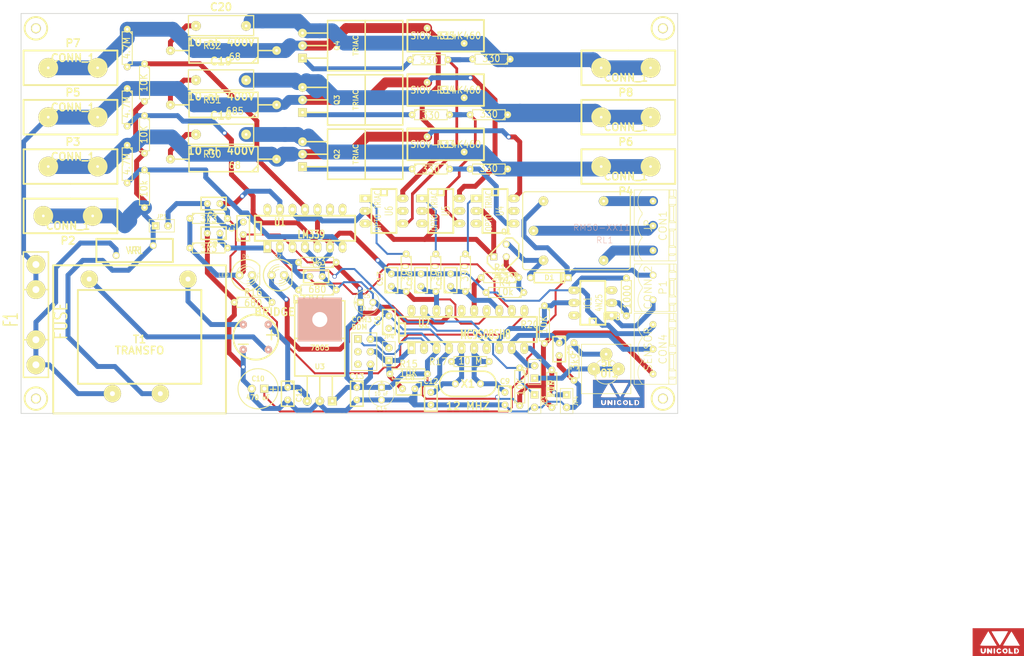
<source format=kicad_pcb>
(kicad_pcb (version 4) (host pcbnew 0.201412071631+5313~19~ubuntu14.04.1-product)
  (layers (0 F.Cu signal) (31 B.Cu signal) (34 B.Paste user) (35 F.Paste user) (36 B.SilkS user) (37 F.SilkS user) (38 B.Mask user) (39 F.Mask user) (44 Edge.Cuts user))
  (net 0 "")
  (net 1 /Alarma)
  (net 2 /BDM)
  (net 3 /EXTAL)
  (net 4 /GM)
  (net 5 /IC)
  (net 6 /In_R)
  (net 7 /In_S)
  (net 8 /In_T)
  (net 9 /Led1)
  (net 10 /N)
  (net 11 /OPT1)
  (net 12 /OPT2)
  (net 13 /OPT3)
  (net 14 /RC)
  (net 15 /RESET)
  (net 16 /SC)
  (net 17 /TC)
  (net 18 /Temp)
  (net 19 /VO)
  (net 20 /XTAL)
  (net 21 /c_Flash)
  (net 22 /out_R)
  (net 23 /out_S)
  (net 24 /out_T)
  (net 25 /select)
  (net 26 /sensor)
  (net 27 /vreg)
  (net 28 GND)
  (net 29 N-000001)
  (net 30 N-0000010)
  (net 31 N-0000012)
  (net 32 N-000002)
  (net 33 N-0000022)
  (net 34 N-0000023)
  (net 35 N-0000024)
  (net 36 N-000003)
  (net 37 N-0000030)
  (net 38 N-0000031)
  (net 39 N-0000032)
  (net 40 N-0000037)
  (net 41 N-0000038)
  (net 42 N-0000039)
  (net 43 N-000004)
  (net 44 N-0000040)
  (net 45 N-0000041)
  (net 46 N-0000042)
  (net 47 N-0000043)
  (net 48 N-0000044)
  (net 49 N-0000045)
  (net 50 N-0000047)
  (net 51 N-0000048)
  (net 52 N-0000053)
  (net 53 N-000006)
  (net 54 N-0000061)
  (net 55 N-0000062)
  (net 56 N-0000063)
  (net 57 N-0000064)
  (net 58 N-0000065)
  (net 59 N-0000066)
  (net 60 N-0000067)
  (net 61 N-0000068)
  (net 62 N-000007)
  (net 63 N-0000071)
  (net 64 N-0000072)
  (net 65 N-000008)
  (net 66 N-000009)
  (module C1V5 (layer F.Cu) (at 152 117.5)
    (fp_text reference C5 (at 0 -1.26746) (layer F.SilkS) (effects (font (size 0.762 0.762) (thickness 0.127))))
    (fp_text value "10 uF" (at 0 1.27) (layer F.SilkS) (effects (font (size 0.762 0.635) (thickness 0.127))))
    (fp_text user + (at -2.286 0) (layer F.SilkS) (effects (font (size 0.762 0.762) (thickness 0.2032))))
    (pad 1 thru_hole rect (at -1.27 0) (size 1.397 1.397) (drill 0.8128) (layers *.Cu *.Mask F.SilkS) (net 27 /vreg))
    (pad 2 thru_hole circle (at 1.27 0) (size 1.397 1.397) (drill 0.8128) (layers *.Cu *.Mask F.SilkS) (net 28 GND))
  )
  (module PHOENIX_MSTBA2,54-G_3 (layer F.Cu) (at 210 127 270)
    (fp_text reference CON4 (at 0 -2 270) (layer F.SilkS))
    (fp_text value SENSOR (at 0 1 270) (layer F.SilkS))
    (pad 1 thru_hole circle (at -5 0 270) (size 1.397 1.397) (drill 0.55) (layers *.Cu *.Mask F.SilkS) (net 28 GND))
    (pad 2 thru_hole circle (at 0 0 270) (size 1.397 1.397) (drill 0.55) (layers *.Cu *.Mask F.SilkS) (net 26 /sensor))
    (pad 3 thru_hole circle (at 5 0 270) (size 1.397 1.397) (drill 0.55) (layers *.Cu *.Mask F.SilkS) (net 27 /vreg))
  )
  (module PHOENIX_MSTBA2,54-G_2 (layer F.Cu) (at 210 114.5 270)
    (fp_text reference P1 (at 0 -2 270) (layer F.SilkS))
    (fp_text value CONN_2 (at 0 1 270) (layer F.SilkS))
    (pad 1 thru_hole circle (at -2.5 0 270) (size 1.397 1.397) (drill 0.8128) (layers *.Cu *.Mask F.SilkS) (net 19 /VO))
    (pad 2 thru_hole circle (at 2.5 0 270) (size 1.397 1.397) (drill 0.8128) (layers *.Cu *.Mask F.SilkS) (net 38 N-0000031))
  )
  (module PHOENIX_MSTBA2,54-G_3 (layer F.Cu) (at 210 102 270)
    (fp_text reference CON1 (at 0 -2 270) (layer F.SilkS))
    (fp_text value JP (at 0 1 270) (layer F.SilkS))
    (pad 1 thru_hole circle (at -5 0 270) (size 1.397 1.397) (drill 0.55) (layers *.Cu *.Mask F.SilkS) (net 42 N-0000039))
    (pad 2 thru_hole circle (at 0 0 270) (size 1.397 1.397) (drill 0.55) (layers *.Cu *.Mask F.SilkS) (net 46 N-0000042))
    (pad 3 thru_hole circle (at 5 0 270) (size 1.397 1.397) (drill 0.55) (layers *.Cu *.Mask F.SilkS) (net 44 N-0000040))
  )
  (module TO220 (layer F.Cu) (at 139 87.5)
    (fp_text reference Q2 (at 6.985 0 90) (layer F.SilkS) (effects (font (size 1.016 1.016) (thickness 0.2032))))
    (fp_text value TRIAC (at 10.795 0 90) (layer F.SilkS) (effects (font (size 1.016 1.016) (thickness 0.2032))))
    (pad 1 thru_hole rect (at 0 2.54) (size 1.778 1.778) (drill 0.55) (layers *.Cu *.Mask F.SilkS) (net 49 N-0000045))
    (pad 2 thru_hole circle (at 0 -2.54) (size 1.778 1.778) (drill 0.55) (layers *.Cu *.Mask F.SilkS) (net 22 /out_R))
    (pad 3 thru_hole circle (at 0 0) (size 1.778 1.778) (drill 0.55) (layers *.Cu *.Mask F.SilkS) (net 6 /In_R))
  )
  (module TO220 (layer F.Cu) (at 139 76.5)
    (fp_text reference Q3 (at 6.985 0 90) (layer F.SilkS) (effects (font (size 1.016 1.016) (thickness 0.2032))))
    (fp_text value TRIAC (at 10.795 0 90) (layer F.SilkS) (effects (font (size 1.016 1.016) (thickness 0.2032))))
    (pad 1 thru_hole rect (at 0 2.54) (size 1.778 1.778) (drill 0.55) (layers *.Cu *.Mask F.SilkS) (net 52 N-0000053))
    (pad 2 thru_hole circle (at 0 -2.54) (size 1.778 1.778) (drill 0.55) (layers *.Cu *.Mask F.SilkS) (net 23 /out_S))
    (pad 3 thru_hole circle (at 0 0) (size 1.778 1.778) (drill 0.55) (layers *.Cu *.Mask F.SilkS) (net 7 /In_S))
  )
  (module TO220 (layer F.Cu) (at 139 65.5)
    (fp_text reference Q4 (at 6.985 0 90) (layer F.SilkS) (effects (font (size 1.016 1.016) (thickness 0.2032))))
    (fp_text value TRIAC (at 10.795 0 90) (layer F.SilkS) (effects (font (size 1.016 1.016) (thickness 0.2032))))
    (pad 1 thru_hole rect (at 0 2.54) (size 1.778 1.778) (drill 0.55) (layers *.Cu *.Mask F.SilkS) (net 50 N-0000047))
    (pad 2 thru_hole circle (at 0 -2.54) (size 1.778 1.778) (drill 0.55) (layers *.Cu *.Mask F.SilkS) (net 24 /out_T))
    (pad 3 thru_hole circle (at 0 0) (size 1.778 1.778) (drill 0.55) (layers *.Cu *.Mask F.SilkS) (net 8 /In_T))
  )
  (module 1pin (layer F.Cu) (at 85 137)
    (fp_text reference agu1 hide)
    (fp_text value P*** hide)
    (pad 1 thru_hole circle (at 0 0) (size 2 2) (drill 1.5) (layers *.Cu *.Mask F.SilkS))
  )
  (module 1pin (layer F.Cu) (at 212 137)
    (fp_text reference agu2 hide)
    (fp_text value P*** hide)
    (pad 1 thru_hole circle (at 0 0) (size 2 2) (drill 1.5) (layers *.Cu *.Mask F.SilkS))
  )
  (module 1pin (layer F.Cu) (at 212 62)
    (fp_text reference agu3 hide)
    (fp_text value P*** hide)
    (pad 1 thru_hole circle (at 0 0) (size 2 2) (drill 1.5) (layers *.Cu *.Mask F.SilkS))
  )
  (module 1pin (layer F.Cu) (at 85 62)
    (fp_text reference agu4 hide)
    (fp_text value P*** hide)
    (pad 1 thru_hole circle (at 0 0) (size 2 2) (drill 1.5) (layers *.Cu *.Mask F.SilkS))
  )
  (module LOGO (layer B.Cu) (at 203 136)
    (fp_text reference G*** hide)
    (fp_text value LOGO hide)
    (fp_poly (pts (xy 5.25018 2.87782) (xy 4.41198 2.87782) (xy 4.41198 0.762) (xy 4.13258 0.27178) (xy 3.70586 -0.47244) (xy 3.35534 -1.07188) (xy 3.08356 -1.53162) (xy 2.88544 -1.8542) (xy 2.7559 -2.04978) (xy 2.69494 -2.11582) (xy 2.6416 -2.04724) (xy 2.51714 -1.85928) (xy 2.34442 -1.57988) (xy 2.1336 -1.23444) (xy 2.00406 -1.01854) (xy 2.00406 -2.1717) (xy 2.00406 -2.17424) (xy 1.91262 -2.18186) (xy 1.67894 -2.18948) (xy 1.32842 -2.18948) (xy 0.889 -2.18948) (xy 0.38354 -2.1844) (xy 0.30988 -2.1844) (xy -1.34874 -2.159) (xy -0.52578 -0.74422) (xy -0.26924 -0.3048) (xy -0.04064 0.07874) (xy 0.14732 0.38354) (xy 0.28194 0.58928) (xy 0.34544 0.6731) (xy 0.34798 0.67564) (xy 0.40386 0.60452) (xy 0.53086 0.41148) (xy 0.71374 0.11684) (xy 0.9398 -0.25908) (xy 1.1938 -0.69342) (xy 1.21666 -0.73152) (xy 1.47066 -1.17094) (xy 1.68656 -1.55702) (xy 1.85674 -1.8669) (xy 1.96596 -2.08026) (xy 2.00406 -2.1717) (xy 2.00406 -1.01854) (xy 1.905 -0.8509) (xy 1.67132 -0.4572) (xy 1.45034 -0.07874) (xy 1.25984 0.254) (xy 1.11506 0.51562) (xy 1.03124 0.67818) (xy 1.016 0.71628) (xy 1.09728 0.72898) (xy 1.3208 0.74168) (xy 1.6637 0.75184) (xy 2.10058 0.75692) (xy 2.60604 0.75946) (xy 2.71272 0.762) (xy 4.41198 0.762) (xy 4.41198 2.87782) (xy 4.22402 2.87782) (xy 4.22402 1.74498) (xy 4.14274 1.48844) (xy 4.09194 1.4224) (xy 3.87858 1.30048) (xy 3.58394 1.27) (xy 3.21818 1.27) (xy 3.21818 1.81864) (xy 3.21818 2.36982) (xy 3.57124 2.36982) (xy 3.86334 2.33172) (xy 4.07162 2.23266) (xy 4.07924 2.23012) (xy 4.20116 2.01676) (xy 4.22402 1.74498) (xy 4.22402 2.87782) (xy 3.048 2.87782) (xy 3.048 2.2479) (xy 2.96926 2.14884) (xy 2.77368 2.10058) (xy 2.60604 2.07264) (xy 2.51968 2.00152) (xy 2.48412 1.83642) (xy 2.47142 1.67132) (xy 2.44348 1.4224) (xy 2.39014 1.30048) (xy 2.28854 1.27) (xy 2.28092 1.27) (xy 2.19202 1.28778) (xy 2.14122 1.36652) (xy 2.1209 1.54686) (xy 2.11582 1.81864) (xy 2.11582 2.36982) (xy 2.58318 2.36982) (xy 2.86766 2.35712) (xy 3.01244 2.31394) (xy 3.048 2.2479) (xy 3.048 2.87782) (xy 1.9431 2.87782) (xy 1.9431 1.7526) (xy 1.88214 1.4986) (xy 1.81356 1.40208) (xy 1.59766 1.28778) (xy 1.34112 1.28778) (xy 1.09474 1.38176) (xy 0.91186 1.55194) (xy 0.84582 1.7653) (xy 0.89662 1.94056) (xy 1.01854 2.14122) (xy 1.02108 2.1463) (xy 1.25222 2.32664) (xy 1.52146 2.3622) (xy 1.77546 2.24536) (xy 1.79324 2.23012) (xy 1.91262 2.02184) (xy 1.9431 1.7526) (xy 1.9431 2.87782) (xy 0.67818 2.87782) (xy 0.67818 2.01676) (xy 0.61214 1.9558) (xy 0.46482 1.9558) (xy 0.31242 2.01422) (xy 0.26924 2.04724) (xy 0.14224 2.09042) (xy 0.02032 2.01168) (xy -0.05334 1.85928) (xy -0.04572 1.7018) (xy 0.05334 1.5748) (xy 0.20066 1.52146) (xy 0.32512 1.55956) (xy 0.35306 1.60528) (xy 0.43434 1.64084) (xy 0.50292 1.61036) (xy 0.57912 1.52654) (xy 0.5207 1.41224) (xy 0.51308 1.40208) (xy 0.32258 1.29032) (xy 0.0762 1.28524) (xy -0.1524 1.3843) (xy -0.21082 1.4351) (xy -0.2667 1.5367) (xy -0.2667 0.762) (xy -1.11506 -0.6985) (xy -1.37414 -1.14554) (xy -1.60274 -1.53924) (xy -1.78816 -1.85674) (xy -1.9177 -2.07518) (xy -1.97866 -2.17424) (xy -1.9812 -2.17678) (xy -2.02692 -2.11582) (xy -2.13868 -1.93294) (xy -2.30378 -1.65862) (xy -2.50698 -1.31826) (xy -2.72796 -0.93726) (xy -2.95402 -0.54864) (xy -3.16992 -0.17272) (xy -3.35788 0.15748) (xy -3.50266 0.4191) (xy -3.58902 0.58166) (xy -3.60172 0.61214) (xy -3.61188 0.66294) (xy -3.5814 0.70104) (xy -3.48996 0.72644) (xy -3.31724 0.74422) (xy -3.04038 0.75438) (xy -2.6416 0.75946) (xy -2.10058 0.75946) (xy -1.96342 0.762) (xy -0.2667 0.762) (xy -0.2667 1.5367) (xy -0.3429 1.67894) (xy -0.34544 1.92278) (xy -0.24638 2.14122) (xy -0.07112 2.2987) (xy 0.1524 2.36982) (xy 0.39116 2.31902) (xy 0.52324 2.23012) (xy 0.64262 2.0955) (xy 0.67818 2.01676) (xy 0.67818 2.87782) (xy 0.04318 2.87782) (xy -0.59182 2.87782) (xy -0.59182 1.81864) (xy -0.59944 1.52146) (xy -0.6223 1.35636) (xy -0.67564 1.2827) (xy -0.762 1.27) (xy -0.85344 1.28524) (xy -0.90424 1.36144) (xy -0.9271 1.53416) (xy -0.93218 1.81864) (xy -0.9271 2.11582) (xy -0.90424 2.28346) (xy -0.8509 2.35458) (xy -0.762 2.36982) (xy -0.67056 2.35204) (xy -0.61976 2.27584) (xy -0.5969 2.10312) (xy -0.59182 1.81864) (xy -0.59182 2.87782) (xy -1.18618 2.87782) (xy -1.18618 1.81864) (xy -1.19126 1.52146) (xy -1.21412 1.35636) (xy -1.26746 1.2827) (xy -1.35382 1.27) (xy -1.47574 1.30556) (xy -1.52146 1.44526) (xy -1.52654 1.54432) (xy -1.52654 1.81864) (xy -1.70434 1.54432) (xy -1.90246 1.32588) (xy -2.0828 1.27) (xy -2.19202 1.28016) (xy -2.25298 1.33604) (xy -2.28092 1.48082) (xy -2.286 1.74498) (xy -2.286 1.81864) (xy -2.28346 2.11582) (xy -2.2606 2.28092) (xy -2.2098 2.35204) (xy -2.1082 2.36982) (xy -2.07518 2.36982) (xy -1.9177 2.3368) (xy -1.86436 2.2098) (xy -1.85928 2.13614) (xy -1.85674 1.905) (xy -1.68402 2.13614) (xy -1.52146 2.29616) (xy -1.3589 2.36982) (xy -1.34874 2.36982) (xy -1.25984 2.3495) (xy -1.21158 2.26822) (xy -1.18872 2.08534) (xy -1.18618 1.81864) (xy -1.18618 2.87782) (xy -2.45618 2.87782) (xy -2.45618 1.75514) (xy -2.45618 1.67894) (xy -2.46634 1.43002) (xy -2.50444 1.3081) (xy -2.59334 1.27) (xy -2.62382 1.27) (xy -2.73812 1.30048) (xy -2.78638 1.4224) (xy -2.79654 1.5875) (xy -2.82956 1.89992) (xy -2.92354 2.07264) (xy -3.0734 2.09042) (xy -3.08102 2.08788) (xy -3.175 1.98628) (xy -3.21564 1.76022) (xy -3.21818 1.65354) (xy -3.22834 1.41224) (xy -3.27406 1.30048) (xy -3.37312 1.27) (xy -3.38582 1.27) (xy -3.48996 1.29032) (xy -3.54076 1.38684) (xy -3.556 1.59766) (xy -3.556 1.68656) (xy -3.52298 2.02184) (xy -3.43154 2.22758) (xy -3.42392 2.2352) (xy -3.21056 2.34442) (xy -2.93878 2.35966) (xy -2.68478 2.28346) (xy -2.61112 2.23012) (xy -2.49936 2.04978) (xy -2.45618 1.75514) (xy -2.45618 2.87782) (xy -5.16382 2.87782) (xy -5.16382 0.04064) (xy -5.16382 -2.794) (xy 0.04318 -2.794) (xy 5.25018 -2.794) (xy 5.25018 0.04064) (xy 5.25018 2.87782) (xy 5.25018 2.87782)) (layer F.Cu) (width 0.00254))
    (fp_poly (pts (xy 1.67132 1.83134) (xy 1.64338 1.92024) (xy 1.49606 2.07518) (xy 1.3462 2.06248) (xy 1.28778 2.01422) (xy 1.19634 1.83896) (xy 1.21158 1.65862) (xy 1.31826 1.55194) (xy 1.4859 1.55702) (xy 1.62052 1.67132) (xy 1.67132 1.83134) (xy 1.67132 1.83134)) (layer F.Cu) (width 0.00254))
    (fp_poly (pts (xy 3.95732 1.88468) (xy 3.84556 2.06756) (xy 3.69316 2.1844) (xy 3.60172 2.15392) (xy 3.56108 1.97358) (xy 3.556 1.81864) (xy 3.56362 1.56972) (xy 3.59918 1.46304) (xy 3.69316 1.46558) (xy 3.81508 1.52654) (xy 3.95478 1.67894) (xy 3.95732 1.88468) (xy 3.95732 1.88468)) (layer F.Cu) (width 0.00254))
  )
  (module LOGO (layer F.Cu) (at 203 136)
    (fp_text reference G*** hide)
    (fp_text value LOGO hide)
    (fp_poly (pts (xy 5.25018 2.87782) (xy 4.41198 2.87782) (xy 4.41198 0.762) (xy 4.13258 0.27178) (xy 3.70586 -0.47244) (xy 3.35534 -1.07188) (xy 3.08356 -1.53162) (xy 2.88544 -1.8542) (xy 2.7559 -2.04978) (xy 2.69494 -2.11582) (xy 2.6416 -2.04724) (xy 2.51714 -1.85928) (xy 2.34442 -1.57988) (xy 2.1336 -1.23444) (xy 2.00406 -1.01854) (xy 2.00406 -2.1717) (xy 2.00406 -2.17424) (xy 1.91262 -2.18186) (xy 1.67894 -2.18948) (xy 1.32842 -2.18948) (xy 0.889 -2.18948) (xy 0.38354 -2.1844) (xy 0.30988 -2.1844) (xy -1.34874 -2.159) (xy -0.52578 -0.74422) (xy -0.26924 -0.3048) (xy -0.04064 0.07874) (xy 0.14732 0.38354) (xy 0.28194 0.58928) (xy 0.34544 0.6731) (xy 0.34798 0.67564) (xy 0.40386 0.60452) (xy 0.53086 0.41148) (xy 0.71374 0.11684) (xy 0.9398 -0.25908) (xy 1.1938 -0.69342) (xy 1.21666 -0.73152) (xy 1.47066 -1.17094) (xy 1.68656 -1.55702) (xy 1.85674 -1.8669) (xy 1.96596 -2.08026) (xy 2.00406 -2.1717) (xy 2.00406 -1.01854) (xy 1.905 -0.8509) (xy 1.67132 -0.4572) (xy 1.45034 -0.07874) (xy 1.25984 0.254) (xy 1.11506 0.51562) (xy 1.03124 0.67818) (xy 1.016 0.71628) (xy 1.09728 0.72898) (xy 1.3208 0.74168) (xy 1.6637 0.75184) (xy 2.10058 0.75692) (xy 2.60604 0.75946) (xy 2.71272 0.762) (xy 4.41198 0.762) (xy 4.41198 2.87782) (xy 4.22402 2.87782) (xy 4.22402 1.74498) (xy 4.14274 1.48844) (xy 4.09194 1.4224) (xy 3.87858 1.30048) (xy 3.58394 1.27) (xy 3.21818 1.27) (xy 3.21818 1.81864) (xy 3.21818 2.36982) (xy 3.57124 2.36982) (xy 3.86334 2.33172) (xy 4.07162 2.23266) (xy 4.07924 2.23012) (xy 4.20116 2.01676) (xy 4.22402 1.74498) (xy 4.22402 2.87782) (xy 3.048 2.87782) (xy 3.048 2.2479) (xy 2.96926 2.14884) (xy 2.77368 2.10058) (xy 2.60604 2.07264) (xy 2.51968 2.00152) (xy 2.48412 1.83642) (xy 2.47142 1.67132) (xy 2.44348 1.4224) (xy 2.39014 1.30048) (xy 2.28854 1.27) (xy 2.28092 1.27) (xy 2.19202 1.28778) (xy 2.14122 1.36652) (xy 2.1209 1.54686) (xy 2.11582 1.81864) (xy 2.11582 2.36982) (xy 2.58318 2.36982) (xy 2.86766 2.35712) (xy 3.01244 2.31394) (xy 3.048 2.2479) (xy 3.048 2.87782) (xy 1.9431 2.87782) (xy 1.9431 1.7526) (xy 1.88214 1.4986) (xy 1.81356 1.40208) (xy 1.59766 1.28778) (xy 1.34112 1.28778) (xy 1.09474 1.38176) (xy 0.91186 1.55194) (xy 0.84582 1.7653) (xy 0.89662 1.94056) (xy 1.01854 2.14122) (xy 1.02108 2.1463) (xy 1.25222 2.32664) (xy 1.52146 2.3622) (xy 1.77546 2.24536) (xy 1.79324 2.23012) (xy 1.91262 2.02184) (xy 1.9431 1.7526) (xy 1.9431 2.87782) (xy 0.67818 2.87782) (xy 0.67818 2.01676) (xy 0.61214 1.9558) (xy 0.46482 1.9558) (xy 0.31242 2.01422) (xy 0.26924 2.04724) (xy 0.14224 2.09042) (xy 0.02032 2.01168) (xy -0.05334 1.85928) (xy -0.04572 1.7018) (xy 0.05334 1.5748) (xy 0.20066 1.52146) (xy 0.32512 1.55956) (xy 0.35306 1.60528) (xy 0.43434 1.64084) (xy 0.50292 1.61036) (xy 0.57912 1.52654) (xy 0.5207 1.41224) (xy 0.51308 1.40208) (xy 0.32258 1.29032) (xy 0.0762 1.28524) (xy -0.1524 1.3843) (xy -0.21082 1.4351) (xy -0.2667 1.5367) (xy -0.2667 0.762) (xy -1.11506 -0.6985) (xy -1.37414 -1.14554) (xy -1.60274 -1.53924) (xy -1.78816 -1.85674) (xy -1.9177 -2.07518) (xy -1.97866 -2.17424) (xy -1.9812 -2.17678) (xy -2.02692 -2.11582) (xy -2.13868 -1.93294) (xy -2.30378 -1.65862) (xy -2.50698 -1.31826) (xy -2.72796 -0.93726) (xy -2.95402 -0.54864) (xy -3.16992 -0.17272) (xy -3.35788 0.15748) (xy -3.50266 0.4191) (xy -3.58902 0.58166) (xy -3.60172 0.61214) (xy -3.61188 0.66294) (xy -3.5814 0.70104) (xy -3.48996 0.72644) (xy -3.31724 0.74422) (xy -3.04038 0.75438) (xy -2.6416 0.75946) (xy -2.10058 0.75946) (xy -1.96342 0.762) (xy -0.2667 0.762) (xy -0.2667 1.5367) (xy -0.3429 1.67894) (xy -0.34544 1.92278) (xy -0.24638 2.14122) (xy -0.07112 2.2987) (xy 0.1524 2.36982) (xy 0.39116 2.31902) (xy 0.52324 2.23012) (xy 0.64262 2.0955) (xy 0.67818 2.01676) (xy 0.67818 2.87782) (xy 0.04318 2.87782) (xy -0.59182 2.87782) (xy -0.59182 1.81864) (xy -0.59944 1.52146) (xy -0.6223 1.35636) (xy -0.67564 1.2827) (xy -0.762 1.27) (xy -0.85344 1.28524) (xy -0.90424 1.36144) (xy -0.9271 1.53416) (xy -0.93218 1.81864) (xy -0.9271 2.11582) (xy -0.90424 2.28346) (xy -0.8509 2.35458) (xy -0.762 2.36982) (xy -0.67056 2.35204) (xy -0.61976 2.27584) (xy -0.5969 2.10312) (xy -0.59182 1.81864) (xy -0.59182 2.87782) (xy -1.18618 2.87782) (xy -1.18618 1.81864) (xy -1.19126 1.52146) (xy -1.21412 1.35636) (xy -1.26746 1.2827) (xy -1.35382 1.27) (xy -1.47574 1.30556) (xy -1.52146 1.44526) (xy -1.52654 1.54432) (xy -1.52654 1.81864) (xy -1.70434 1.54432) (xy -1.90246 1.32588) (xy -2.0828 1.27) (xy -2.19202 1.28016) (xy -2.25298 1.33604) (xy -2.28092 1.48082) (xy -2.286 1.74498) (xy -2.286 1.81864) (xy -2.28346 2.11582) (xy -2.2606 2.28092) (xy -2.2098 2.35204) (xy -2.1082 2.36982) (xy -2.07518 2.36982) (xy -1.9177 2.3368) (xy -1.86436 2.2098) (xy -1.85928 2.13614) (xy -1.85674 1.905) (xy -1.68402 2.13614) (xy -1.52146 2.29616) (xy -1.3589 2.36982) (xy -1.34874 2.36982) (xy -1.25984 2.3495) (xy -1.21158 2.26822) (xy -1.18872 2.08534) (xy -1.18618 1.81864) (xy -1.18618 2.87782) (xy -2.45618 2.87782) (xy -2.45618 1.75514) (xy -2.45618 1.67894) (xy -2.46634 1.43002) (xy -2.50444 1.3081) (xy -2.59334 1.27) (xy -2.62382 1.27) (xy -2.73812 1.30048) (xy -2.78638 1.4224) (xy -2.79654 1.5875) (xy -2.82956 1.89992) (xy -2.92354 2.07264) (xy -3.0734 2.09042) (xy -3.08102 2.08788) (xy -3.175 1.98628) (xy -3.21564 1.76022) (xy -3.21818 1.65354) (xy -3.22834 1.41224) (xy -3.27406 1.30048) (xy -3.37312 1.27) (xy -3.38582 1.27) (xy -3.48996 1.29032) (xy -3.54076 1.38684) (xy -3.556 1.59766) (xy -3.556 1.68656) (xy -3.52298 2.02184) (xy -3.43154 2.22758) (xy -3.42392 2.2352) (xy -3.21056 2.34442) (xy -2.93878 2.35966) (xy -2.68478 2.28346) (xy -2.61112 2.23012) (xy -2.49936 2.04978) (xy -2.45618 1.75514) (xy -2.45618 2.87782) (xy -5.16382 2.87782) (xy -5.16382 0.04064) (xy -5.16382 -2.794) (xy 0.04318 -2.794) (xy 5.25018 -2.794) (xy 5.25018 0.04064) (xy 5.25018 2.87782) (xy 5.25018 2.87782)) (layer B.Cu) (width 0.00254))
    (fp_poly (pts (xy 1.67132 1.83134) (xy 1.64338 1.92024) (xy 1.49606 2.07518) (xy 1.3462 2.06248) (xy 1.28778 2.01422) (xy 1.19634 1.83896) (xy 1.21158 1.65862) (xy 1.31826 1.55194) (xy 1.4859 1.55702) (xy 1.62052 1.67132) (xy 1.67132 1.83134) (xy 1.67132 1.83134)) (layer B.Cu) (width 0.00254))
    (fp_poly (pts (xy 3.95732 1.88468) (xy 3.84556 2.06756) (xy 3.69316 2.1844) (xy 3.60172 2.15392) (xy 3.56108 1.97358) (xy 3.556 1.81864) (xy 3.56362 1.56972) (xy 3.59918 1.46304) (xy 3.69316 1.46558) (xy 3.81508 1.52654) (xy 3.95478 1.67894) (xy 3.95732 1.88468) (xy 3.95732 1.88468)) (layer B.Cu) (width 0.00254))
  )
  (module LOGO (layer B.Cu) (at 279.9 186.3)
    (fp_text reference G*** hide)
    (fp_text value LOGO hide)
    (fp_poly (pts (xy 5.25018 2.87782) (xy 4.41198 2.87782) (xy 4.41198 0.762) (xy 4.13258 0.27178) (xy 3.70586 -0.47244) (xy 3.35534 -1.07188) (xy 3.08356 -1.53162) (xy 2.88544 -1.8542) (xy 2.7559 -2.04978) (xy 2.69494 -2.11582) (xy 2.6416 -2.04724) (xy 2.51714 -1.85928) (xy 2.34442 -1.57988) (xy 2.1336 -1.23444) (xy 2.00406 -1.01854) (xy 2.00406 -2.1717) (xy 2.00406 -2.17424) (xy 1.91262 -2.18186) (xy 1.67894 -2.18948) (xy 1.32842 -2.18948) (xy 0.889 -2.18948) (xy 0.38354 -2.1844) (xy 0.30988 -2.1844) (xy -1.34874 -2.159) (xy -0.52578 -0.74422) (xy -0.26924 -0.3048) (xy -0.04064 0.07874) (xy 0.14732 0.38354) (xy 0.28194 0.58928) (xy 0.34544 0.6731) (xy 0.34798 0.67564) (xy 0.40386 0.60452) (xy 0.53086 0.41148) (xy 0.71374 0.11684) (xy 0.9398 -0.25908) (xy 1.1938 -0.69342) (xy 1.21666 -0.73152) (xy 1.47066 -1.17094) (xy 1.68656 -1.55702) (xy 1.85674 -1.8669) (xy 1.96596 -2.08026) (xy 2.00406 -2.1717) (xy 2.00406 -1.01854) (xy 1.905 -0.8509) (xy 1.67132 -0.4572) (xy 1.45034 -0.07874) (xy 1.25984 0.254) (xy 1.11506 0.51562) (xy 1.03124 0.67818) (xy 1.016 0.71628) (xy 1.09728 0.72898) (xy 1.3208 0.74168) (xy 1.6637 0.75184) (xy 2.10058 0.75692) (xy 2.60604 0.75946) (xy 2.71272 0.762) (xy 4.41198 0.762) (xy 4.41198 2.87782) (xy 4.22402 2.87782) (xy 4.22402 1.74498) (xy 4.14274 1.48844) (xy 4.09194 1.4224) (xy 3.87858 1.30048) (xy 3.58394 1.27) (xy 3.21818 1.27) (xy 3.21818 1.81864) (xy 3.21818 2.36982) (xy 3.57124 2.36982) (xy 3.86334 2.33172) (xy 4.07162 2.23266) (xy 4.07924 2.23012) (xy 4.20116 2.01676) (xy 4.22402 1.74498) (xy 4.22402 2.87782) (xy 3.048 2.87782) (xy 3.048 2.2479) (xy 2.96926 2.14884) (xy 2.77368 2.10058) (xy 2.60604 2.07264) (xy 2.51968 2.00152) (xy 2.48412 1.83642) (xy 2.47142 1.67132) (xy 2.44348 1.4224) (xy 2.39014 1.30048) (xy 2.28854 1.27) (xy 2.28092 1.27) (xy 2.19202 1.28778) (xy 2.14122 1.36652) (xy 2.1209 1.54686) (xy 2.11582 1.81864) (xy 2.11582 2.36982) (xy 2.58318 2.36982) (xy 2.86766 2.35712) (xy 3.01244 2.31394) (xy 3.048 2.2479) (xy 3.048 2.87782) (xy 1.9431 2.87782) (xy 1.9431 1.7526) (xy 1.88214 1.4986) (xy 1.81356 1.40208) (xy 1.59766 1.28778) (xy 1.34112 1.28778) (xy 1.09474 1.38176) (xy 0.91186 1.55194) (xy 0.84582 1.7653) (xy 0.89662 1.94056) (xy 1.01854 2.14122) (xy 1.02108 2.1463) (xy 1.25222 2.32664) (xy 1.52146 2.3622) (xy 1.77546 2.24536) (xy 1.79324 2.23012) (xy 1.91262 2.02184) (xy 1.9431 1.7526) (xy 1.9431 2.87782) (xy 0.67818 2.87782) (xy 0.67818 2.01676) (xy 0.61214 1.9558) (xy 0.46482 1.9558) (xy 0.31242 2.01422) (xy 0.26924 2.04724) (xy 0.14224 2.09042) (xy 0.02032 2.01168) (xy -0.05334 1.85928) (xy -0.04572 1.7018) (xy 0.05334 1.5748) (xy 0.20066 1.52146) (xy 0.32512 1.55956) (xy 0.35306 1.60528) (xy 0.43434 1.64084) (xy 0.50292 1.61036) (xy 0.57912 1.52654) (xy 0.5207 1.41224) (xy 0.51308 1.40208) (xy 0.32258 1.29032) (xy 0.0762 1.28524) (xy -0.1524 1.3843) (xy -0.21082 1.4351) (xy -0.2667 1.5367) (xy -0.2667 0.762) (xy -1.11506 -0.6985) (xy -1.37414 -1.14554) (xy -1.60274 -1.53924) (xy -1.78816 -1.85674) (xy -1.9177 -2.07518) (xy -1.97866 -2.17424) (xy -1.9812 -2.17678) (xy -2.02692 -2.11582) (xy -2.13868 -1.93294) (xy -2.30378 -1.65862) (xy -2.50698 -1.31826) (xy -2.72796 -0.93726) (xy -2.95402 -0.54864) (xy -3.16992 -0.17272) (xy -3.35788 0.15748) (xy -3.50266 0.4191) (xy -3.58902 0.58166) (xy -3.60172 0.61214) (xy -3.61188 0.66294) (xy -3.5814 0.70104) (xy -3.48996 0.72644) (xy -3.31724 0.74422) (xy -3.04038 0.75438) (xy -2.6416 0.75946) (xy -2.10058 0.75946) (xy -1.96342 0.762) (xy -0.2667 0.762) (xy -0.2667 1.5367) (xy -0.3429 1.67894) (xy -0.34544 1.92278) (xy -0.24638 2.14122) (xy -0.07112 2.2987) (xy 0.1524 2.36982) (xy 0.39116 2.31902) (xy 0.52324 2.23012) (xy 0.64262 2.0955) (xy 0.67818 2.01676) (xy 0.67818 2.87782) (xy 0.04318 2.87782) (xy -0.59182 2.87782) (xy -0.59182 1.81864) (xy -0.59944 1.52146) (xy -0.6223 1.35636) (xy -0.67564 1.2827) (xy -0.762 1.27) (xy -0.85344 1.28524) (xy -0.90424 1.36144) (xy -0.9271 1.53416) (xy -0.93218 1.81864) (xy -0.9271 2.11582) (xy -0.90424 2.28346) (xy -0.8509 2.35458) (xy -0.762 2.36982) (xy -0.67056 2.35204) (xy -0.61976 2.27584) (xy -0.5969 2.10312) (xy -0.59182 1.81864) (xy -0.59182 2.87782) (xy -1.18618 2.87782) (xy -1.18618 1.81864) (xy -1.19126 1.52146) (xy -1.21412 1.35636) (xy -1.26746 1.2827) (xy -1.35382 1.27) (xy -1.47574 1.30556) (xy -1.52146 1.44526) (xy -1.52654 1.54432) (xy -1.52654 1.81864) (xy -1.70434 1.54432) (xy -1.90246 1.32588) (xy -2.0828 1.27) (xy -2.19202 1.28016) (xy -2.25298 1.33604) (xy -2.28092 1.48082) (xy -2.286 1.74498) (xy -2.286 1.81864) (xy -2.28346 2.11582) (xy -2.2606 2.28092) (xy -2.2098 2.35204) (xy -2.1082 2.36982) (xy -2.07518 2.36982) (xy -1.9177 2.3368) (xy -1.86436 2.2098) (xy -1.85928 2.13614) (xy -1.85674 1.905) (xy -1.68402 2.13614) (xy -1.52146 2.29616) (xy -1.3589 2.36982) (xy -1.34874 2.36982) (xy -1.25984 2.3495) (xy -1.21158 2.26822) (xy -1.18872 2.08534) (xy -1.18618 1.81864) (xy -1.18618 2.87782) (xy -2.45618 2.87782) (xy -2.45618 1.75514) (xy -2.45618 1.67894) (xy -2.46634 1.43002) (xy -2.50444 1.3081) (xy -2.59334 1.27) (xy -2.62382 1.27) (xy -2.73812 1.30048) (xy -2.78638 1.4224) (xy -2.79654 1.5875) (xy -2.82956 1.89992) (xy -2.92354 2.07264) (xy -3.0734 2.09042) (xy -3.08102 2.08788) (xy -3.175 1.98628) (xy -3.21564 1.76022) (xy -3.21818 1.65354) (xy -3.22834 1.41224) (xy -3.27406 1.30048) (xy -3.37312 1.27) (xy -3.38582 1.27) (xy -3.48996 1.29032) (xy -3.54076 1.38684) (xy -3.556 1.59766) (xy -3.556 1.68656) (xy -3.52298 2.02184) (xy -3.43154 2.22758) (xy -3.42392 2.2352) (xy -3.21056 2.34442) (xy -2.93878 2.35966) (xy -2.68478 2.28346) (xy -2.61112 2.23012) (xy -2.49936 2.04978) (xy -2.45618 1.75514) (xy -2.45618 2.87782) (xy -5.16382 2.87782) (xy -5.16382 0.04064) (xy -5.16382 -2.794) (xy 0.04318 -2.794) (xy 5.25018 -2.794) (xy 5.25018 0.04064) (xy 5.25018 2.87782) (xy 5.25018 2.87782)) (layer F.Cu) (width 0.00254))
    (fp_poly (pts (xy 1.67132 1.83134) (xy 1.64338 1.92024) (xy 1.49606 2.07518) (xy 1.3462 2.06248) (xy 1.28778 2.01422) (xy 1.19634 1.83896) (xy 1.21158 1.65862) (xy 1.31826 1.55194) (xy 1.4859 1.55702) (xy 1.62052 1.67132) (xy 1.67132 1.83134) (xy 1.67132 1.83134)) (layer F.Cu) (width 0.00254))
    (fp_poly (pts (xy 3.95732 1.88468) (xy 3.84556 2.06756) (xy 3.69316 2.1844) (xy 3.60172 2.15392) (xy 3.56108 1.97358) (xy 3.556 1.81864) (xy 3.56362 1.56972) (xy 3.59918 1.46304) (xy 3.69316 1.46558) (xy 3.81508 1.52654) (xy 3.95478 1.67894) (xy 3.95732 1.88468) (xy 3.95732 1.88468)) (layer F.Cu) (width 0.00254))
  )
  (module C1 (layer F.Cu) (at 127 102.5 90)
    (fp_text reference C1 (at 0.254 -2.286 90) (layer F.SilkS) (effects (font (size 1.016 1.016) (thickness 0.2032))))
    (fp_text value 0.1uF hide)
    (pad 1 thru_hole circle (at -1.27 0 90) (size 1.397 1.397) (drill 0.5) (layers *.Cu *.Mask F.SilkS) (net 27 /vreg))
    (pad 2 thru_hole circle (at 1.27 0 90) (size 1.397 1.397) (drill 0.5) (layers *.Cu *.Mask F.SilkS) (net 28 GND))
  )
  (module C1 (layer F.Cu) (at 141.75 112.25)
    (fp_text reference C2 (at 0.254 -2.286) (layer F.SilkS) (effects (font (size 1.016 1.016) (thickness 0.2032))))
    (fp_text value "10 nF" hide)
    (pad 1 thru_hole circle (at -1.27 0) (size 1.397 1.397) (drill 0.5) (layers *.Cu *.Mask F.SilkS) (net 16 /SC))
    (pad 2 thru_hole circle (at 1.27 0) (size 1.397 1.397) (drill 0.5) (layers *.Cu *.Mask F.SilkS) (net 28 GND))
  )
  (module C1 (layer F.Cu) (at 121 103.5 180)
    (fp_text reference C3 (at 0.254 -2.286 180) (layer F.SilkS) (effects (font (size 1.016 1.016) (thickness 0.2032))))
    (fp_text value "10 nF" hide)
    (pad 1 thru_hole circle (at -1.27 0 180) (size 1.397 1.397) (drill 0.5) (layers *.Cu *.Mask F.SilkS) (net 14 /RC))
    (pad 2 thru_hole circle (at 1.27 0 180) (size 1.397 1.397) (drill 0.5) (layers *.Cu *.Mask F.SilkS) (net 28 GND))
  )
  (module C1 (layer F.Cu) (at 121 97.5 180)
    (fp_text reference C4 (at 0.254 -2.286 180) (layer F.SilkS) (effects (font (size 1.016 1.016) (thickness 0.2032))))
    (fp_text value "10 nF" hide)
    (pad 1 thru_hole circle (at -1.27 0 180) (size 1.397 1.397) (drill 0.5) (layers *.Cu *.Mask F.SilkS) (net 17 /TC))
    (pad 2 thru_hole circle (at 1.27 0 180) (size 1.397 1.397) (drill 0.5) (layers *.Cu *.Mask F.SilkS) (net 28 GND))
  )
  (module C1 (layer F.Cu) (at 156.5 121.5 90)
    (fp_text reference C6 (at 0.254 -2.286 90) (layer F.SilkS) (effects (font (size 1.016 1.016) (thickness 0.2032))))
    (fp_text value "0,1 uF" hide)
    (pad 1 thru_hole circle (at -1.27 0 90) (size 1.397 1.397) (drill 0.5) (layers *.Cu *.Mask F.SilkS) (net 27 /vreg))
    (pad 2 thru_hole circle (at 1.27 0 90) (size 1.397 1.397) (drill 0.5) (layers *.Cu *.Mask F.SilkS) (net 28 GND))
  )
  (module C1 (layer F.Cu) (at 191 127 270)
    (fp_text reference C7 (at 0.254 -2.286 270) (layer F.SilkS) (effects (font (size 1.016 1.016) (thickness 0.2032))))
    (fp_text value 0.1uF hide)
    (pad 1 thru_hole circle (at -1.27 0 270) (size 1.397 1.397) (drill 0.5) (layers *.Cu *.Mask F.SilkS) (net 26 /sensor))
    (pad 2 thru_hole circle (at 1.27 0 270) (size 1.397 1.397) (drill 0.5) (layers *.Cu *.Mask F.SilkS) (net 28 GND))
  )
  (module C1 (layer F.Cu) (at 160.5 135)
    (fp_text reference C8 (at 0.254 -2.286) (layer F.SilkS) (effects (font (size 1.016 1.016) (thickness 0.2032))))
    (fp_text value "C0.1 uF" hide)
    (pad 1 thru_hole circle (at -1.27 0) (size 1.397 1.397) (drill 0.5) (layers *.Cu *.Mask F.SilkS) (net 15 /RESET))
    (pad 2 thru_hole circle (at 1.27 0) (size 1.397 1.397) (drill 0.5) (layers *.Cu *.Mask F.SilkS) (net 28 GND))
  )
  (module C1 (layer F.Cu) (at 180 137 270)
    (fp_text reference C9 (at -3.5 0 360) (layer F.SilkS) (effects (font (size 1.016 1.016) (thickness 0.2032))))
    (fp_text value "25 pF" hide)
    (pad 1 thru_hole circle (at -1.27 0 270) (size 1.397 1.397) (drill 0.5) (layers *.Cu *.Mask F.SilkS) (net 20 /XTAL))
    (pad 2 thru_hole circle (at 1.27 0 270) (size 1.397 1.397) (drill 0.5) (layers *.Cu *.Mask F.SilkS) (net 28 GND))
  )
  (module C1V8 (layer F.Cu) (at 130 135 180)
    (fp_text reference C10 (at 0 2.032 180) (layer F.SilkS) (effects (font (size 1.016 0.889) (thickness 0.2032))))
    (fp_text value "470 uF" (at 0 -1.77546 180) (layer F.SilkS) (effects (font (size 1.016 0.889) (thickness 0.2032))))
    (fp_text user + (at -3.04546 0 180) (layer F.SilkS) (effects (font (thickness 0.2032))))
    (pad 1 thru_hole rect (at -1.27 0 180) (size 1.651 1.651) (drill 0.8128) (layers *.Cu *.Mask F.SilkS) (net 19 /VO))
    (pad 2 thru_hole circle (at 1.27 0 180) (size 1.651 1.651) (drill 0.8128) (layers *.Cu *.Mask F.SilkS) (net 28 GND))
  )
  (module C1 (layer F.Cu) (at 136 136 270)
    (fp_text reference C11 (at 0.254 -2.286 270) (layer F.SilkS) (effects (font (size 1.016 1.016) (thickness 0.2032))))
    (fp_text value "0.33 uF" hide)
    (pad 1 thru_hole circle (at -1.27 0 270) (size 1.397 1.397) (drill 0.5) (layers *.Cu *.Mask F.SilkS) (net 19 /VO))
    (pad 2 thru_hole circle (at 1.27 0 270) (size 1.397 1.397) (drill 0.5) (layers *.Cu *.Mask F.SilkS) (net 28 GND))
  )
  (module C1 (layer F.Cu) (at 165 137 270)
    (fp_text reference C12 (at -3.5 0 540) (layer F.SilkS) (effects (font (size 1.016 1.016) (thickness 0.2032))))
    (fp_text value "25 pF" hide)
    (pad 1 thru_hole circle (at -1.27 0 270) (size 1.397 1.397) (drill 0.5) (layers *.Cu *.Mask F.SilkS) (net 3 /EXTAL))
    (pad 2 thru_hole circle (at 1.27 0 270) (size 1.397 1.397) (drill 0.5) (layers *.Cu *.Mask F.SilkS) (net 28 GND))
  )
  (module C1 (layer F.Cu) (at 150 136 270)
    (fp_text reference C13 (at -3.5 0 540) (layer F.SilkS) (effects (font (size 1.016 1.016) (thickness 0.2032))))
    (fp_text value "0.1 uF" hide)
    (pad 1 thru_hole circle (at -1.27 0 270) (size 1.397 1.397) (drill 0.5) (layers *.Cu *.Mask F.SilkS) (net 27 /vreg))
    (pad 2 thru_hole circle (at 1.27 0 270) (size 1.397 1.397) (drill 0.5) (layers *.Cu *.Mask F.SilkS) (net 28 GND))
  )
  (module C1 (layer F.Cu) (at 169 113 90)
    (fp_text reference C15 (at 0.254 -2.286 90) (layer F.SilkS) (effects (font (size 1.016 1.016) (thickness 0.2032))))
    (fp_text value "C0.1 uF" hide)
    (pad 1 thru_hole circle (at -1.27 0 90) (size 1.397 1.397) (drill 0.5) (layers *.Cu *.Mask F.SilkS) (net 11 /OPT1))
    (pad 2 thru_hole circle (at 1.27 0 90) (size 1.397 1.397) (drill 0.5) (layers *.Cu *.Mask F.SilkS) (net 28 GND))
  )
  (module C1 (layer F.Cu) (at 163 113 90)
    (fp_text reference C16 (at 0.254 -2.286 90) (layer F.SilkS) (effects (font (size 1.016 1.016) (thickness 0.2032))))
    (fp_text value "C0.1 uF" hide)
    (pad 1 thru_hole circle (at -1.27 0 90) (size 1.397 1.397) (drill 0.5) (layers *.Cu *.Mask F.SilkS) (net 12 /OPT2))
    (pad 2 thru_hole circle (at 1.27 0 90) (size 1.397 1.397) (drill 0.5) (layers *.Cu *.Mask F.SilkS) (net 28 GND))
  )
  (module pin_array_3x2 (layer F.Cu) (at 151.5 127.5 270)
    (fp_text reference CON3 (at -6.5 0.5 540) (layer F.SilkS) (effects (font (size 1.016 1.016) (thickness 0.2032))))
    (fp_text value BDM (at -5 1 360) (layer F.SilkS) (effects (font (size 1.016 1.016) (thickness 0.2032))))
    (pad 1 thru_hole rect (at -2.54 1.27 270) (size 1.524 1.524) (drill 0.55) (layers *.Cu *.Mask F.SilkS) (net 2 /BDM))
    (pad 2 thru_hole circle (at -2.54 -1.27 270) (size 1.524 1.524) (drill 0.55) (layers *.Cu *.Mask F.SilkS) (net 28 GND))
    (pad 3 thru_hole circle (at 0 1.27 270) (size 1.524 1.524) (drill 0.55) (layers *.Cu *.Mask F.SilkS) (net 61 N-0000068))
    (pad 4 thru_hole circle (at 0 -1.27 270) (size 1.524 1.524) (drill 0.55) (layers *.Cu *.Mask F.SilkS) (net 15 /RESET))
    (pad 5 thru_hole circle (at 2.54 1.27 270) (size 1.524 1.524) (drill 0.55) (layers *.Cu *.Mask F.SilkS) (net 60 N-0000067))
    (pad 6 thru_hole circle (at 2.54 -1.27 270) (size 1.524 1.524) (drill 0.55) (layers *.Cu *.Mask F.SilkS) (net 27 /vreg))
  )
  (module D3 (layer F.Cu) (at 189 112.5)
    (fp_text reference D1 (at 0 0) (layer F.SilkS) (effects (font (size 1.016 1.016) (thickness 0.2032))))
    (fp_text value 1N4148 hide)
    (pad 2 thru_hole rect (at 3.81 0) (size 1.397 1.397) (drill 0.8128) (layers *.Cu *.Mask F.SilkS) (net 19 /VO))
    (pad 1 thru_hole circle (at -3.81 0) (size 1.397 1.397) (drill 0.8128) (layers *.Cu *.Mask F.SilkS) (net 45 N-0000041))
  )
  (module LED-5MM (layer F.Cu) (at 134 112)
    (fp_text reference D2 (at 0 -3.81) (layer F.SilkS) (effects (font (size 0.762 0.762) (thickness 0.0889))))
    (fp_text value LED (at -4.5 0) (layer F.SilkS) (effects (font (size 0.762 0.762) (thickness 0.0889))))
    (pad 1 thru_hole circle (at -1.27 0) (size 1.6764 1.6764) (drill 0.8128) (layers *.Cu *.Mask F.SilkS) (net 9 /Led1))
    (pad 2 thru_hole circle (at 1.27 0) (size 1.6764 1.6764) (drill 0.8128) (layers *.Cu *.Mask F.SilkS) (net 37 N-0000030))
  )
  (module LED-5MM (layer F.Cu) (at 127.5 112)
    (fp_text reference D4 (at 0 -3.81) (layer F.SilkS) (effects (font (size 0.762 0.762) (thickness 0.0889))))
    (fp_text value LED (at -4.5 0) (layer F.SilkS) (effects (font (size 0.762 0.762) (thickness 0.0889))))
    (pad 1 thru_hole circle (at -1.27 0) (size 1.6764 1.6764) (drill 0.8128) (layers *.Cu *.Mask F.SilkS) (net 27 /vreg))
    (pad 2 thru_hole circle (at 1.27 0) (size 1.6764 1.6764) (drill 0.8128) (layers *.Cu *.Mask F.SilkS) (net 35 N-0000024))
  )
  (module FUSE5-20 (layer F.Cu) (at 85 120 270)
    (fp_text reference F1 (at 1.016 5.08 270) (layer F.SilkS) (effects (font (size 2.83464 1.59512) (thickness 0.3048))))
    (fp_text value FUSE (at 1.27 -5.08 270) (layer F.SilkS) (effects (font (size 2.54 2.032) (thickness 0.3048))))
    (pad 1 thru_hole circle (at -10.16 0 270) (size 3.81 3.81) (drill 1.397) (layers *.Cu *.Mask F.SilkS) (net 7 /In_S))
    (pad 1 thru_hole circle (at -5.08 0 270) (size 3.81 3.81) (drill 1.397) (layers *.Cu *.Mask F.SilkS) (net 7 /In_S))
    (pad 2 thru_hole circle (at 5.08 0 270) (size 3.81 3.81) (drill 1.397) (layers *.Cu *.Mask F.SilkS) (net 30 N-0000010))
    (pad 2 thru_hole circle (at 10.16 0 270) (size 3.81 3.81) (drill 1.397) (layers *.Cu *.Mask F.SilkS) (net 30 N-0000010))
  )
  (module DIP-6__300_ELL (layer F.Cu) (at 197.8 117.6 90)
    (fp_text reference IC1 (at 0 -1.016 90) (layer F.SilkS) (effects (font (size 1.524 1.016) (thickness 0.1524))))
    (fp_text value 4N25 (at 0 1.27 90) (layer F.SilkS) (effects (font (size 1.27 0.889) (thickness 0.1524))))
    (pad 1 thru_hole rect (at -2.54 3.81 90) (size 1.5748 2.286) (drill 0.8128) (layers *.Cu *.Mask F.SilkS) (net 38 N-0000031))
    (pad 2 thru_hole oval (at 0 3.81 90) (size 1.5748 2.286) (drill 0.55) (layers *.Cu *.Mask F.SilkS) (net 39 N-0000032))
    (pad 3 thru_hole oval (at 2.54 3.81 90) (size 1.5748 2.286) (drill 0.55) (layers *.Cu *.Mask F.SilkS))
    (pad 4 thru_hole oval (at 2.54 -3.81 90) (size 1.5748 2.286) (drill 0.55) (layers *.Cu *.Mask F.SilkS) (net 28 GND))
    (pad 5 thru_hole oval (at 0 -3.81 90) (size 1.5748 2.286) (drill 0.55) (layers *.Cu *.Mask F.SilkS) (net 4 /GM))
    (pad 6 thru_hole oval (at -2.54 -3.81 90) (size 1.5748 2.286) (drill 0.55) (layers *.Cu *.Mask F.SilkS) (net 59 N-0000066))
  )
  (module PIN_ARRAY_2X1 (layer F.Cu) (at 110.5 102)
    (fp_text reference JP1 (at 0 -1.905) (layer F.SilkS) (effects (font (size 0.762 0.762) (thickness 0.1524))))
    (fp_text value JUMPER hide)
    (pad 1 thru_hole rect (at -1.27 0) (size 1.524 1.524) (drill 0.55) (layers *.Cu *.Mask F.SilkS) (net 10 /N))
    (pad 2 thru_hole circle (at 1.27 0) (size 1.524 1.524) (drill 0.55) (layers *.Cu *.Mask F.SilkS) (net 28 GND))
  )
  (module PIN_ARRAY_2X1 (layer F.Cu) (at 186 131.6 90)
    (fp_text reference JP2 (at 0 -1.905 90) (layer F.SilkS) (effects (font (size 0.762 0.762) (thickness 0.1524))))
    (fp_text value JUMPER hide)
    (pad 1 thru_hole rect (at -1.27 0 90) (size 1.524 1.524) (drill 0.55) (layers *.Cu *.Mask F.SilkS) (net 34 N-0000023))
    (pad 2 thru_hole circle (at 1.27 0 90) (size 1.524 1.524) (drill 0.55) (layers *.Cu *.Mask F.SilkS) (net 26 /sensor))
  )
  (module PIN_ARRAY_2X1 (layer F.Cu) (at 186 137.5 270)
    (fp_text reference JP3 (at 0 -1.905 270) (layer F.SilkS) (effects (font (size 0.762 0.762) (thickness 0.1524))))
    (fp_text value JUMPER hide)
    (pad 1 thru_hole rect (at -1.27 0 270) (size 1.524 1.524) (drill 0.55) (layers *.Cu *.Mask F.SilkS) (net 25 /select))
    (pad 2 thru_hole circle (at 1.27 0 270) (size 1.524 1.524) (drill 0.55) (layers *.Cu *.Mask F.SilkS) (net 28 GND))
  )
  (module PIN_ARRAY_2X1 (layer F.Cu) (at 156.5 128 90)
    (fp_text reference JP4 (at 3.5 0 360) (layer F.SilkS) (effects (font (size 0.762 0.762) (thickness 0.1524))))
    (fp_text value JUMPER hide)
    (pad 1 thru_hole rect (at -1.27 0 90) (size 1.524 1.524) (drill 0.55) (layers *.Cu *.Mask F.SilkS) (net 15 /RESET))
    (pad 2 thru_hole circle (at 1.27 0 90) (size 1.524 1.524) (drill 0.55) (layers *.Cu *.Mask F.SilkS) (net 28 GND))
  )
  (module TO92-123 (layer F.Cu) (at 179 107 180)
    (fp_text reference Q1 (at -1.27 3.81 180) (layer F.SilkS) (effects (font (size 1.016 1.016) (thickness 0.2032))))
    (fp_text value BC548 (at -1.27 -5.08 180) (layer F.SilkS) (effects (font (size 1.016 1.016) (thickness 0.2032))))
    (pad 3 thru_hole rect (at 1.27 -1.27 180) (size 1.397 1.397) (drill 0.8128) (layers *.Cu *.Mask F.SilkS) (net 28 GND))
    (pad 2 thru_hole circle (at -1.27 -1.27 180) (size 1.397 1.397) (drill 0.8128) (layers *.Cu *.Mask F.SilkS) (net 47 N-0000043))
    (pad 1 thru_hole circle (at -1.27 1.27 180) (size 1.397 1.397) (drill 0.8128) (layers *.Cu *.Mask F.SilkS) (net 45 N-0000041))
  )
  (module R3 (layer F.Cu) (at 179 112.5 180)
    (fp_text reference R1 (at 0 2 180) (layer F.SilkS) (effects (font (size 1.397 1.27) (thickness 0.2032))))
    (fp_text value 2k2 (at 0 0.127 180) (layer F.SilkS) (effects (font (size 1.397 1.27) (thickness 0.2032))))
    (pad 1 thru_hole circle (at -3.81 0 180) (size 1.397 1.397) (drill 0.55) (layers *.Cu *.Mask F.SilkS) (net 47 N-0000043))
    (pad 2 thru_hole circle (at 3.81 0 180) (size 1.397 1.397) (drill 0.55) (layers *.Cu *.Mask F.SilkS) (net 1 /Alarma))
  )
  (module R3 (layer F.Cu) (at 142 109.4 180)
    (fp_text reference R2 hide)
    (fp_text value 3k3 (at 0 0.127 180) (layer F.SilkS) (effects (font (size 1.397 1.27) (thickness 0.2032))))
    (pad 1 thru_hole circle (at -3.81 0 180) (size 1.397 1.397) (drill 0.55) (layers *.Cu *.Mask F.SilkS) (net 27 /vreg))
    (pad 2 thru_hole circle (at 3.81 0 180) (size 1.397 1.397) (drill 0.55) (layers *.Cu *.Mask F.SilkS) (net 16 /SC))
  )
  (module R3 (layer F.Cu) (at 120 106.5)
    (fp_text reference R3 hide)
    (fp_text value 3k3 (at 0 0.127) (layer F.SilkS) (effects (font (size 1.397 1.27) (thickness 0.2032))))
    (pad 1 thru_hole circle (at -3.81 0) (size 1.397 1.397) (drill 0.55) (layers *.Cu *.Mask F.SilkS) (net 27 /vreg))
    (pad 2 thru_hole circle (at 3.81 0) (size 1.397 1.397) (drill 0.55) (layers *.Cu *.Mask F.SilkS) (net 14 /RC))
  )
  (module R3 (layer F.Cu) (at 180 115.5 180)
    (fp_text reference R4 (at 0 2 180) (layer F.SilkS) (effects (font (size 1.397 1.27) (thickness 0.2032))))
    (fp_text value 10k (at 0 0.127 180) (layer F.SilkS) (effects (font (size 1.397 1.27) (thickness 0.2032))))
    (pad 1 thru_hole circle (at -3.81 0 180) (size 1.397 1.397) (drill 0.55) (layers *.Cu *.Mask F.SilkS) (net 47 N-0000043))
    (pad 2 thru_hole circle (at 3.81 0 180) (size 1.397 1.397) (drill 0.55) (layers *.Cu *.Mask F.SilkS) (net 28 GND))
  )
  (module R3 (layer F.Cu) (at 120 100.5)
    (fp_text reference R5 hide)
    (fp_text value 3k3 (at 0 0.127) (layer F.SilkS) (effects (font (size 1.397 1.27) (thickness 0.2032))))
    (pad 1 thru_hole circle (at -3.81 0) (size 1.397 1.397) (drill 0.55) (layers *.Cu *.Mask F.SilkS) (net 27 /vreg))
    (pad 2 thru_hole circle (at 3.81 0) (size 1.397 1.397) (drill 0.55) (layers *.Cu *.Mask F.SilkS) (net 17 /TC))
  )
  (module R3 (layer F.Cu) (at 103.5 89.5 270)
    (fp_text reference R6 hide)
    (fp_text value 4.7M (at 0 0.127 270) (layer F.SilkS) (effects (font (size 1.397 1.27) (thickness 0.2032))))
    (pad 1 thru_hole circle (at -3.81 0 270) (size 1.397 1.397) (drill 0.55) (layers *.Cu *.Mask F.SilkS) (net 6 /In_R))
    (pad 2 thru_hole circle (at 3.81 0 270) (size 1.397 1.397) (drill 0.55) (layers *.Cu *.Mask F.SilkS) (net 48 N-0000044))
  )
  (module R3 (layer F.Cu) (at 107 94.5 270)
    (fp_text reference R7 hide)
    (fp_text value 10k (at 0 0.127 270) (layer F.SilkS) (effects (font (size 1.397 1.27) (thickness 0.2032))))
    (pad 1 thru_hole circle (at -3.81 0 270) (size 1.397 1.397) (drill 0.55) (layers *.Cu *.Mask F.SilkS) (net 48 N-0000044))
    (pad 2 thru_hole circle (at 3.81 0 270) (size 1.397 1.397) (drill 0.55) (layers *.Cu *.Mask F.SilkS) (net 10 /N))
  )
  (module R3 (layer F.Cu) (at 103.5 78 270)
    (fp_text reference R8 hide)
    (fp_text value 4.7M (at 0 0.127 270) (layer F.SilkS) (effects (font (size 1.397 1.27) (thickness 0.2032))))
    (pad 1 thru_hole circle (at -3.81 0 270) (size 1.397 1.397) (drill 0.55) (layers *.Cu *.Mask F.SilkS) (net 7 /In_S))
    (pad 2 thru_hole circle (at 3.81 0 270) (size 1.397 1.397) (drill 0.55) (layers *.Cu *.Mask F.SilkS) (net 32 N-000002))
  )
  (module R3 (layer F.Cu) (at 107 83.5 270)
    (fp_text reference R9 hide)
    (fp_text value 10K (at 0 0.127 270) (layer F.SilkS) (effects (font (size 1.397 1.27) (thickness 0.2032))))
    (pad 1 thru_hole circle (at -3.81 0 270) (size 1.397 1.397) (drill 0.55) (layers *.Cu *.Mask F.SilkS) (net 32 N-000002))
    (pad 2 thru_hole circle (at 3.81 0 270) (size 1.397 1.397) (drill 0.55) (layers *.Cu *.Mask F.SilkS) (net 10 /N))
  )
  (module R3 (layer F.Cu) (at 103.5 66 270)
    (fp_text reference R10 hide)
    (fp_text value 4.7M (at 0 0.127 270) (layer F.SilkS) (effects (font (size 1.397 1.27) (thickness 0.2032))))
    (pad 1 thru_hole circle (at -3.81 0 270) (size 1.397 1.397) (drill 0.55) (layers *.Cu *.Mask F.SilkS) (net 8 /In_T))
    (pad 2 thru_hole circle (at 3.81 0 270) (size 1.397 1.397) (drill 0.55) (layers *.Cu *.Mask F.SilkS) (net 41 N-0000038))
  )
  (module R3 (layer F.Cu) (at 107 73 270)
    (fp_text reference R11 hide)
    (fp_text value 10K (at 0 0.127 270) (layer F.SilkS) (effects (font (size 1.397 1.27) (thickness 0.2032))))
    (pad 1 thru_hole circle (at -3.81 0 270) (size 1.397 1.397) (drill 0.55) (layers *.Cu *.Mask F.SilkS) (net 41 N-0000038))
    (pad 2 thru_hole circle (at 3.81 0 270) (size 1.397 1.397) (drill 0.55) (layers *.Cu *.Mask F.SilkS) (net 10 /N))
  )
  (module R3 (layer F.Cu) (at 194 129.5 90)
    (fp_text reference R12 hide)
    (fp_text value 3k9 (at 0 0.127 90) (layer F.SilkS) (effects (font (size 1.397 1.27) (thickness 0.2032))))
    (pad 1 thru_hole circle (at -3.81 0 90) (size 1.397 1.397) (drill 0.55) (layers *.Cu *.Mask F.SilkS) (net 28 GND))
    (pad 2 thru_hole circle (at 3.81 0 90) (size 1.397 1.397) (drill 0.55) (layers *.Cu *.Mask F.SilkS) (net 33 N-0000022))
  )
  (module R3 (layer F.Cu) (at 183 134.6 90)
    (fp_text reference R13 hide)
    (fp_text value 10K (at 0 0.127 90) (layer F.SilkS) (effects (font (size 1.397 1.27) (thickness 0.2032))))
    (pad 1 thru_hole circle (at -3.81 0 90) (size 1.397 1.397) (drill 0.55) (layers *.Cu *.Mask F.SilkS) (net 27 /vreg))
    (pad 2 thru_hole circle (at 3.81 0 90) (size 1.397 1.397) (drill 0.55) (layers *.Cu *.Mask F.SilkS) (net 25 /select))
  )
  (module R3 (layer F.Cu) (at 142 115 180)
    (fp_text reference R14 (at 0 -2 180) (layer F.SilkS) (effects (font (size 1.397 1.27) (thickness 0.2032))))
    (fp_text value 680 (at 0 0.127 180) (layer F.SilkS) (effects (font (size 1.397 1.27) (thickness 0.2032))))
    (pad 1 thru_hole circle (at -3.81 0 180) (size 1.397 1.397) (drill 0.55) (layers *.Cu *.Mask F.SilkS) (net 28 GND))
    (pad 2 thru_hole circle (at 3.81 0 180) (size 1.397 1.397) (drill 0.55) (layers *.Cu *.Mask F.SilkS) (net 37 N-0000030))
  )
  (module R3 (layer F.Cu) (at 160.5 132 180)
    (fp_text reference R15 (at 0 2 180) (layer F.SilkS) (effects (font (size 1.397 1.27) (thickness 0.2032))))
    (fp_text value 10K (at 0 0.127 180) (layer F.SilkS) (effects (font (size 1.397 1.27) (thickness 0.2032))))
    (pad 1 thru_hole circle (at -3.81 0 180) (size 1.397 1.397) (drill 0.55) (layers *.Cu *.Mask F.SilkS) (net 27 /vreg))
    (pad 2 thru_hole circle (at 3.81 0 180) (size 1.397 1.397) (drill 0.55) (layers *.Cu *.Mask F.SilkS) (net 15 /RESET))
  )
  (module R3 (layer F.Cu) (at 129 117.5)
    (fp_text reference R16 (at 0 -2) (layer F.SilkS) (effects (font (size 1.397 1.27) (thickness 0.2032))))
    (fp_text value 680 (at 0 0.127) (layer F.SilkS) (effects (font (size 1.397 1.27) (thickness 0.2032))))
    (pad 1 thru_hole circle (at -3.81 0) (size 1.397 1.397) (drill 0.55) (layers *.Cu *.Mask F.SilkS) (net 28 GND))
    (pad 2 thru_hole circle (at 3.81 0) (size 1.397 1.397) (drill 0.55) (layers *.Cu *.Mask F.SilkS) (net 35 N-0000024))
  )
  (module R3 (layer F.Cu) (at 173 129.5 180)
    (fp_text reference R17 (at 6.5 0 180) (layer F.SilkS) (effects (font (size 1.397 1.27) (thickness 0.2032))))
    (fp_text value "10 M" (at 0 0.127 180) (layer F.SilkS) (effects (font (size 1.397 1.27) (thickness 0.2032))))
    (pad 1 thru_hole circle (at -3.81 0 180) (size 1.397 1.397) (drill 0.55) (layers *.Cu *.Mask F.SilkS) (net 20 /XTAL))
    (pad 2 thru_hole circle (at 3.81 0 180) (size 1.397 1.397) (drill 0.55) (layers *.Cu *.Mask F.SilkS) (net 3 /EXTAL))
  )
  (module R3 (layer F.Cu) (at 204.6 116.4 90)
    (fp_text reference R18 (at -4 -3 360) (layer F.SilkS) (effects (font (size 1.397 1.27) (thickness 0.2032))))
    (fp_text value 1000 (at 0 0.127 90) (layer F.SilkS) (effects (font (size 1.397 1.27) (thickness 0.2032))))
    (pad 1 thru_hole circle (at -3.81 0 90) (size 1.397 1.397) (drill 0.55) (layers *.Cu *.Mask F.SilkS) (net 39 N-0000032))
    (pad 2 thru_hole circle (at 3.81 0 90) (size 1.397 1.397) (drill 0.55) (layers *.Cu *.Mask F.SilkS) (net 28 GND))
  )
  (module R3 (layer F.Cu) (at 189.5 135 270)
    (fp_text reference R19 (at 0 0.127 270) (layer F.SilkS) (effects (font (size 1.397 1.27) (thickness 0.2032))))
    (fp_text value 10K (at 0 0.127 270) (layer F.SilkS) (effects (font (size 1.397 1.27) (thickness 0.2032))))
    (pad 1 thru_hole circle (at -3.81 0 270) (size 1.397 1.397) (drill 0.55) (layers *.Cu *.Mask F.SilkS) (net 21 /c_Flash))
    (pad 2 thru_hole circle (at 3.81 0 270) (size 1.397 1.397) (drill 0.55) (layers *.Cu *.Mask F.SilkS) (net 27 /vreg))
  )
  (module R3 (layer F.Cu) (at 188 122 270)
    (fp_text reference R20 (at 0 3 540) (layer F.SilkS) (effects (font (size 1.397 1.27) (thickness 0.2032))))
    (fp_text value 10K (at 0 0.127 270) (layer F.SilkS) (effects (font (size 1.397 1.27) (thickness 0.2032))))
    (pad 1 thru_hole circle (at -3.81 0 270) (size 1.397 1.397) (drill 0.55) (layers *.Cu *.Mask F.SilkS) (net 4 /GM))
    (pad 2 thru_hole circle (at 3.81 0 270) (size 1.397 1.397) (drill 0.55) (layers *.Cu *.Mask F.SilkS) (net 27 /vreg))
  )
  (module R3 (layer F.Cu) (at 172 111.5 270)
    (fp_text reference R21 hide)
    (fp_text value 390 (at 0 0.127 270) (layer F.SilkS) (effects (font (size 1.397 1.27) (thickness 0.2032))))
    (pad 1 thru_hole circle (at -3.81 0 270) (size 1.397 1.397) (drill 0.55) (layers *.Cu *.Mask F.SilkS) (net 66 N-000009))
    (pad 2 thru_hole circle (at 3.81 0 270) (size 1.397 1.397) (drill 0.55) (layers *.Cu *.Mask F.SilkS) (net 11 /OPT1))
  )
  (module R3 (layer F.Cu) (at 166 111.5 270)
    (fp_text reference R22 hide)
    (fp_text value 390 (at 0 0.127 270) (layer F.SilkS) (effects (font (size 1.397 1.27) (thickness 0.2032))))
    (pad 1 thru_hole circle (at -3.81 0 270) (size 1.397 1.397) (drill 0.55) (layers *.Cu *.Mask F.SilkS) (net 62 N-000007))
    (pad 2 thru_hole circle (at 3.81 0 270) (size 1.397 1.397) (drill 0.55) (layers *.Cu *.Mask F.SilkS) (net 12 /OPT2))
  )
  (module R3 (layer F.Cu) (at 160 111.5 270)
    (fp_text reference R23 hide)
    (fp_text value 390 (at 0 0.127 270) (layer F.SilkS) (effects (font (size 1.397 1.27) (thickness 0.2032))))
    (pad 1 thru_hole circle (at -3.81 0 270) (size 1.397 1.397) (drill 0.55) (layers *.Cu *.Mask F.SilkS) (net 53 N-000006))
    (pad 2 thru_hole circle (at 3.81 0 270) (size 1.397 1.397) (drill 0.55) (layers *.Cu *.Mask F.SilkS) (net 13 /OPT3))
  )
  (module R3 (layer F.Cu) (at 165 90.5)
    (fp_text reference R24 hide)
    (fp_text value 330 (at 0 0.127) (layer F.SilkS) (effects (font (size 1.397 1.27) (thickness 0.2032))))
    (pad 1 thru_hole circle (at -3.81 0) (size 1.397 1.397) (drill 0.55) (layers *.Cu *.Mask F.SilkS) (net 49 N-0000045))
    (pad 2 thru_hole circle (at 3.81 0) (size 1.397 1.397) (drill 0.55) (layers *.Cu *.Mask F.SilkS) (net 36 N-000003))
  )
  (module R3 (layer F.Cu) (at 176.75 90.5 180)
    (fp_text reference R25 hide)
    (fp_text value 330 (at 0 0.127 180) (layer F.SilkS) (effects (font (size 1.397 1.27) (thickness 0.2032))))
    (pad 1 thru_hole circle (at -3.81 0 180) (size 1.397 1.397) (drill 0.55) (layers *.Cu *.Mask F.SilkS) (net 22 /out_R))
    (pad 2 thru_hole circle (at 3.81 0 180) (size 1.397 1.397) (drill 0.55) (layers *.Cu *.Mask F.SilkS) (net 36 N-000003))
  )
  (module R3 (layer F.Cu) (at 165 79.5)
    (fp_text reference R26 hide)
    (fp_text value 330 (at 0 0.127) (layer F.SilkS) (effects (font (size 1.397 1.27) (thickness 0.2032))))
    (pad 1 thru_hole circle (at -3.81 0) (size 1.397 1.397) (drill 0.55) (layers *.Cu *.Mask F.SilkS) (net 52 N-0000053))
    (pad 2 thru_hole circle (at 3.81 0) (size 1.397 1.397) (drill 0.55) (layers *.Cu *.Mask F.SilkS) (net 54 N-0000061))
  )
  (module R3 (layer F.Cu) (at 176.75 79.5 180)
    (fp_text reference R27 hide)
    (fp_text value 330 (at 0 0.127 180) (layer F.SilkS) (effects (font (size 1.397 1.27) (thickness 0.2032))))
    (pad 1 thru_hole circle (at -3.81 0 180) (size 1.397 1.397) (drill 0.55) (layers *.Cu *.Mask F.SilkS) (net 23 /out_S))
    (pad 2 thru_hole circle (at 3.81 0 180) (size 1.397 1.397) (drill 0.55) (layers *.Cu *.Mask F.SilkS) (net 54 N-0000061))
  )
  (module R3 (layer F.Cu) (at 164.64 68.36)
    (fp_text reference R28 hide)
    (fp_text value 330 (at 0 0.127) (layer F.SilkS) (effects (font (size 1.397 1.27) (thickness 0.2032))))
    (pad 1 thru_hole circle (at -3.81 0) (size 1.397 1.397) (drill 0.55) (layers *.Cu *.Mask F.SilkS) (net 50 N-0000047))
    (pad 2 thru_hole circle (at 3.81 0) (size 1.397 1.397) (drill 0.55) (layers *.Cu *.Mask F.SilkS) (net 51 N-0000048))
  )
  (module R3 (layer F.Cu) (at 177.25 68.25 180)
    (fp_text reference R29 hide)
    (fp_text value 330 (at 0 0.127 180) (layer F.SilkS) (effects (font (size 1.397 1.27) (thickness 0.2032))))
    (pad 1 thru_hole circle (at -3.81 0 180) (size 1.397 1.397) (drill 0.55) (layers *.Cu *.Mask F.SilkS) (net 24 /out_T))
    (pad 2 thru_hole circle (at 3.81 0 180) (size 1.397 1.397) (drill 0.55) (layers *.Cu *.Mask F.SilkS) (net 51 N-0000048))
  )
  (module DIP-14__300_ELL (layer F.Cu) (at 139.5 102.5)
    (fp_text reference U1 (at -5.08 -1.27) (layer F.SilkS) (effects (font (size 1.524 1.143) (thickness 0.3048))))
    (fp_text value LM339 (at 1.27 1.27) (layer F.SilkS) (effects (font (size 1.524 1.143) (thickness 0.3048))))
    (pad 1 thru_hole rect (at -7.62 3.81) (size 1.5748 2.286) (drill 0.8128) (layers *.Cu *.Mask F.SilkS) (net 14 /RC))
    (pad 2 thru_hole oval (at -5.08 3.81) (size 1.5748 2.286) (drill 0.8128) (layers *.Cu *.Mask F.SilkS) (net 16 /SC))
    (pad 3 thru_hole oval (at -2.54 3.81) (size 1.5748 2.286) (drill 0.8128) (layers *.Cu *.Mask F.SilkS) (net 27 /vreg))
    (pad 4 thru_hole oval (at 0 3.81) (size 1.5748 2.286) (drill 0.8128) (layers *.Cu *.Mask F.SilkS) (net 28 GND))
    (pad 5 thru_hole oval (at 2.54 3.81) (size 1.5748 2.286) (drill 0.8128) (layers *.Cu *.Mask F.SilkS) (net 32 N-000002))
    (pad 6 thru_hole oval (at 5.08 3.81) (size 1.5748 2.286) (drill 0.8128) (layers *.Cu *.Mask F.SilkS) (net 28 GND))
    (pad 7 thru_hole oval (at 7.62 3.81) (size 1.5748 2.286) (drill 0.8128) (layers *.Cu *.Mask F.SilkS) (net 48 N-0000044))
    (pad 8 thru_hole oval (at 7.62 -3.81) (size 1.5748 2.286) (drill 0.8128) (layers *.Cu *.Mask F.SilkS))
    (pad 9 thru_hole oval (at 5.08 -3.81) (size 1.5748 2.286) (drill 0.8128) (layers *.Cu *.Mask F.SilkS))
    (pad 10 thru_hole oval (at 2.54 -3.81) (size 1.5748 2.286) (drill 0.8128) (layers *.Cu *.Mask F.SilkS) (net 28 GND))
    (pad 11 thru_hole oval (at 0 -3.81) (size 1.5748 2.286) (drill 0.8128) (layers *.Cu *.Mask F.SilkS) (net 41 N-0000038))
    (pad 12 thru_hole oval (at -2.54 -3.81) (size 1.5748 2.286) (drill 0.8128) (layers *.Cu *.Mask F.SilkS) (net 28 GND))
    (pad 13 thru_hole oval (at -5.08 -3.81) (size 1.5748 2.286) (drill 0.8128) (layers *.Cu *.Mask F.SilkS) (net 17 /TC))
    (pad 14 thru_hole oval (at -7.62 -3.81) (size 1.5748 2.286) (drill 0.8128) (layers *.Cu *.Mask F.SilkS))
  )
  (module DIP-20__300_ELL (layer F.Cu) (at 172.5 123)
    (fp_text reference U2 (at -8.89 -1.27) (layer F.SilkS) (effects (font (size 1.778 1.143) (thickness 0.3048))))
    (fp_text value MC9S08SH8 (at 3.556 1.016) (layer F.SilkS) (effects (font (size 1.778 1.143) (thickness 0.3048))))
    (pad 1 thru_hole rect (at -11.43 3.81) (size 1.5748 2.286) (drill 0.8128) (layers *.Cu *.Mask F.SilkS) (net 15 /RESET))
    (pad 2 thru_hole oval (at -8.89 3.81) (size 1.5748 2.286) (drill 0.55) (layers *.Cu *.Mask F.SilkS) (net 2 /BDM))
    (pad 3 thru_hole oval (at -6.35 3.81) (size 1.5748 2.286) (drill 0.55) (layers *.Cu *.Mask F.SilkS) (net 27 /vreg))
    (pad 4 thru_hole oval (at -3.81 3.81) (size 1.5748 2.286) (drill 0.55) (layers *.Cu *.Mask F.SilkS) (net 28 GND))
    (pad 5 thru_hole oval (at -1.27 3.81) (size 1.5748 2.286) (drill 0.55) (layers *.Cu *.Mask F.SilkS) (net 3 /EXTAL))
    (pad 6 thru_hole oval (at 1.27 3.81) (size 1.5748 2.286) (drill 0.55) (layers *.Cu *.Mask F.SilkS) (net 20 /XTAL))
    (pad 7 thru_hole oval (at 3.81 3.81) (size 1.5748 2.286) (drill 0.55) (layers *.Cu *.Mask F.SilkS) (net 14 /RC))
    (pad 8 thru_hole oval (at 6.35 3.81) (size 1.5748 2.286) (drill 0.55) (layers *.Cu *.Mask F.SilkS) (net 4 /GM))
    (pad 9 thru_hole oval (at 8.89 3.81) (size 1.5748 2.286) (drill 0.55) (layers *.Cu *.Mask F.SilkS) (net 26 /sensor))
    (pad 10 thru_hole oval (at 11.43 3.81) (size 1.5748 2.286) (drill 0.55) (layers *.Cu *.Mask F.SilkS) (net 21 /c_Flash))
    (pad 11 thru_hole oval (at 11.43 -3.81) (size 1.5748 2.286) (drill 0.55) (layers *.Cu *.Mask F.SilkS) (net 17 /TC))
    (pad 12 thru_hole oval (at 8.89 -3.81) (size 1.5748 2.286) (drill 0.55) (layers *.Cu *.Mask F.SilkS) (net 16 /SC))
    (pad 13 thru_hole oval (at 6.35 -3.81) (size 1.5748 2.286) (drill 0.55) (layers *.Cu *.Mask F.SilkS) (net 11 /OPT1))
    (pad 14 thru_hole oval (at 3.81 -3.81) (size 1.5748 2.286) (drill 0.55) (layers *.Cu *.Mask F.SilkS) (net 13 /OPT3))
    (pad 15 thru_hole oval (at 1.27 -3.81) (size 1.5748 2.286) (drill 0.55) (layers *.Cu *.Mask F.SilkS) (net 1 /Alarma))
    (pad 16 thru_hole oval (at -1.27 -3.81) (size 1.5748 2.286) (drill 0.55) (layers *.Cu *.Mask F.SilkS) (net 18 /Temp))
    (pad 17 thru_hole oval (at -3.81 -3.81) (size 1.5748 2.286) (drill 0.55) (layers *.Cu *.Mask F.SilkS) (net 9 /Led1))
    (pad 18 thru_hole oval (at -6.35 -3.81) (size 1.5748 2.286) (drill 0.55) (layers *.Cu *.Mask F.SilkS) (net 12 /OPT2))
    (pad 19 thru_hole oval (at -8.89 -3.81) (size 1.5748 2.286) (drill 0.55) (layers *.Cu *.Mask F.SilkS) (net 25 /select))
    (pad 20 thru_hole oval (at -11.43 -3.81) (size 1.5748 2.286) (drill 0.55) (layers *.Cu *.Mask F.SilkS) (net 5 /IC))
  )
  (module TO220 (layer F.Cu) (at 142.5 137.5 90)
    (fp_text reference U3 (at 6.985 0 180) (layer F.SilkS) (effects (font (size 1.016 1.016) (thickness 0.2032))))
    (fp_text value 7805 (at 10.795 0 180) (layer F.SilkS) (effects (font (size 1.016 1.016) (thickness 0.2032))))
    (pad 1 thru_hole rect (at 0 2.54 90) (size 1.778 1.778) (drill 0.55) (layers *.Cu *.Mask F.SilkS) (net 27 /vreg))
    (pad 2 thru_hole circle (at 0 -2.54 90) (size 1.778 1.778) (drill 0.55) (layers *.Cu *.Mask F.SilkS) (net 19 /VO))
    (pad 3 thru_hole circle (at 0 0 90) (size 1.778 1.778) (drill 0.55) (layers *.Cu *.Mask F.SilkS) (net 28 GND))
    (pad 4 thru_hole rect (at 16.51 0 90) (size 8.89 8.89) (drill 3.048) (layers *.Cu *.SilkS *.Mask))
  )
  (module DIP-6__300_ELL (layer F.Cu) (at 178 99 270)
    (fp_text reference U4 (at 0 -1.016 270) (layer F.SilkS) (effects (font (size 1.524 1.016) (thickness 0.1524))))
    (fp_text value OPTO-TRIAC (at 0 1.27 270) (layer F.SilkS) (effects (font (size 1.27 0.889) (thickness 0.1524))))
    (pad 1 thru_hole rect (at -2.54 3.81 270) (size 1.5748 2.286) (drill 0.8128) (layers *.Cu *.Mask F.SilkS) (net 66 N-000009))
    (pad 2 thru_hole oval (at 0 3.81 270) (size 1.5748 2.286) (drill 0.55) (layers *.Cu *.Mask F.SilkS) (net 28 GND))
    (pad 3 thru_hole oval (at 2.54 3.81 270) (size 1.5748 2.286) (drill 0.55) (layers *.Cu *.Mask F.SilkS) (net 55 N-0000062))
    (pad 4 thru_hole oval (at 2.54 -3.81 270) (size 1.5748 2.286) (drill 0.55) (layers *.Cu *.Mask F.SilkS) (net 36 N-000003))
    (pad 5 thru_hole oval (at 0 -3.81 270) (size 1.5748 2.286) (drill 0.55) (layers *.Cu *.Mask F.SilkS) (net 56 N-0000063))
    (pad 6 thru_hole oval (at -2.54 -3.81 270) (size 1.5748 2.286) (drill 0.55) (layers *.Cu *.Mask F.SilkS) (net 6 /In_R))
  )
  (module DIP-6__300_ELL (layer F.Cu) (at 167 99 270)
    (fp_text reference U5 (at 0 -1.016 270) (layer F.SilkS) (effects (font (size 1.524 1.016) (thickness 0.1524))))
    (fp_text value OPTO-TRIAC (at 0 1.27 270) (layer F.SilkS) (effects (font (size 1.27 0.889) (thickness 0.1524))))
    (pad 1 thru_hole rect (at -2.54 3.81 270) (size 1.5748 2.286) (drill 0.8128) (layers *.Cu *.Mask F.SilkS) (net 62 N-000007))
    (pad 2 thru_hole oval (at 0 3.81 270) (size 1.5748 2.286) (drill 0.55) (layers *.Cu *.Mask F.SilkS) (net 28 GND))
    (pad 3 thru_hole oval (at 2.54 3.81 270) (size 1.5748 2.286) (drill 0.55) (layers *.Cu *.Mask F.SilkS) (net 63 N-0000071))
    (pad 4 thru_hole oval (at 2.54 -3.81 270) (size 1.5748 2.286) (drill 0.55) (layers *.Cu *.Mask F.SilkS) (net 54 N-0000061))
    (pad 5 thru_hole oval (at 0 -3.81 270) (size 1.5748 2.286) (drill 0.55) (layers *.Cu *.Mask F.SilkS) (net 64 N-0000072))
    (pad 6 thru_hole oval (at -2.54 -3.81 270) (size 1.5748 2.286) (drill 0.55) (layers *.Cu *.Mask F.SilkS) (net 7 /In_S))
  )
  (module DIP-6__300_ELL (layer F.Cu) (at 155.5 99 270)
    (fp_text reference U6 (at 0 -1.016 270) (layer F.SilkS) (effects (font (size 1.524 1.016) (thickness 0.1524))))
    (fp_text value OPTO-TRIAC (at 0 1.27 270) (layer F.SilkS) (effects (font (size 1.27 0.889) (thickness 0.1524))))
    (pad 1 thru_hole rect (at -2.54 3.81 270) (size 1.5748 2.286) (drill 0.8128) (layers *.Cu *.Mask F.SilkS) (net 53 N-000006))
    (pad 2 thru_hole oval (at 0 3.81 270) (size 1.5748 2.286) (drill 0.55) (layers *.Cu *.Mask F.SilkS) (net 28 GND))
    (pad 3 thru_hole oval (at 2.54 3.81 270) (size 1.5748 2.286) (drill 0.55) (layers *.Cu *.Mask F.SilkS) (net 57 N-0000064))
    (pad 4 thru_hole oval (at 2.54 -3.81 270) (size 1.5748 2.286) (drill 0.55) (layers *.Cu *.Mask F.SilkS) (net 51 N-0000048))
    (pad 5 thru_hole oval (at 0 -3.81 270) (size 1.5748 2.286) (drill 0.55) (layers *.Cu *.Mask F.SilkS) (net 58 N-0000065))
    (pad 6 thru_hole oval (at -2.54 -3.81 270) (size 1.5748 2.286) (drill 0.55) (layers *.Cu *.Mask F.SilkS) (net 8 /In_T))
  )
  (module HC-49V (layer F.Cu) (at 172.5 134 180)
    (fp_text reference X1 (at 0 0 180) (layer F.SilkS) (effects (font (thickness 0.3048))))
    (fp_text value "12 MHZ" (at 0 -4.5 180) (layer F.SilkS) (effects (font (thickness 0.3048))))
    (pad 1 thru_hole circle (at -2.54 0 180) (size 1.4224 1.4224) (drill 0.762) (layers *.Cu *.Mask F.SilkS) (net 20 /XTAL))
    (pad 2 thru_hole circle (at 2.54 0 180) (size 1.4224 1.4224) (drill 0.762) (layers *.Cu *.Mask F.SilkS) (net 3 /EXTAL))
  )
  (module RPOT (layer F.Cu) (at 123 88.5 180)
    (fp_text reference R30 (at 2.286 1.016 180) (layer F.SilkS) (effects (font (size 1.397 1.27) (thickness 0.2032))))
    (fp_text value 68 (at -2.286 -1.27 180) (layer F.SilkS) (effects (font (size 1.397 1.27) (thickness 0.2032))))
    (pad 1 thru_hole circle (at -10.75 0 180) (size 1.778 1.778) (drill 0.55) (layers *.Cu *.Mask F.SilkS) (net 6 /In_R))
    (pad 2 thru_hole circle (at 10.75 0 180) (size 1.778 1.778) (drill 0.55) (layers *.Cu *.Mask F.SilkS) (net 43 N-000004))
  )
  (module RPOT (layer F.Cu) (at 123 77.5 180)
    (fp_text reference R31 (at 2.286 1.016 180) (layer F.SilkS) (effects (font (size 1.397 1.27) (thickness 0.2032))))
    (fp_text value 685 (at -2.286 -1.27 180) (layer F.SilkS) (effects (font (size 1.397 1.27) (thickness 0.2032))))
    (pad 1 thru_hole circle (at -10.75 0 180) (size 1.778 1.778) (drill 0.55) (layers *.Cu *.Mask F.SilkS) (net 7 /In_S))
    (pad 2 thru_hole circle (at 10.75 0 180) (size 1.778 1.778) (drill 0.55) (layers *.Cu *.Mask F.SilkS) (net 29 N-000001))
  )
  (module RPOT (layer F.Cu) (at 123 66.5 180)
    (fp_text reference R32 (at 2.286 1.016 180) (layer F.SilkS) (effects (font (size 1.397 1.27) (thickness 0.2032))))
    (fp_text value 68 (at -2.286 -1.27 180) (layer F.SilkS) (effects (font (size 1.397 1.27) (thickness 0.2032))))
    (pad 1 thru_hole circle (at -10.75 0 180) (size 1.778 1.778) (drill 0.55) (layers *.Cu *.Mask F.SilkS) (net 8 /In_T))
    (pad 2 thru_hole circle (at 10.75 0 180) (size 1.778 1.778) (drill 0.55) (layers *.Cu *.Mask F.SilkS) (net 31 N-0000012))
  )
  (module CVAR3X2 (layer F.Cu) (at 200.5 131)
    (fp_text reference POT1 (at 0 0.889) (layer F.SilkS) (effects (font (size 1.524 1.27) (thickness 0.3048))))
    (fp_text value 5k (at 0.127 -1.27) (layer F.SilkS) (effects (font (size 1.524 1.27) (thickness 0.3048))))
    (pad 1 thru_hole circle (at 0 -3) (size 2.54 2.54) (drill 0.55) (layers *.Cu *.Mask F.SilkS) (net 33 N-0000022))
    (pad 2 thru_hole circle (at 2.5 0) (size 2.54 2.54) (drill 0.55) (layers *.Cu *.Mask F.SilkS) (net 34 N-0000023))
    (pad 3 thru_hole circle (at -2.5 0) (size 2.54 2.54) (drill 0.55) (layers *.Cu *.Mask F.SilkS) (net 34 N-0000023))
  )
  (module Bridge-rond (layer F.Cu) (at 127 122)
    (fp_text reference D3 (at 11.43 -5.08) (layer F.SilkS) (effects (font (thickness 0.3048))))
    (fp_text value BRIDGE (at 6.35 -2.54) (layer F.SilkS) (effects (font (thickness 0.3048))))
    (fp_text user + (at 5.715 1.905) (layer F.SilkS) (effects (font (size 2.54 2.54) (thickness 0.3048))))
    (fp_text user - (at 0 3.81) (layer F.SilkS) (effects (font (size 2.54 2.54) (thickness 0.3048))))
    (pad 1 thru_hole circle (at 0 5.08) (size 1.524 1.524) (drill 0.508) (layers *.Cu *.SilkS *.Mask) (net 28 GND))
    (pad 2 thru_hole circle (at 5.08 5.08) (size 1.524 1.524) (drill 0.508) (layers *.Cu *.SilkS *.Mask) (net 65 N-000008))
    (pad 3 thru_hole circle (at 5.08 0) (size 1.524 1.524) (drill 0.508) (layers *.Cu *.SilkS *.Mask) (net 19 /VO))
    (pad 4 thru_hole circle (at 0 0) (size 1.524 1.524) (drill 0.508) (layers *.Cu *.SilkS *.Mask) (net 40 N-0000037))
  )
  (module CON_40mm_1 (layer F.Cu) (at 92 100 90)
    (fp_text reference P2 (at -5 -0.5 180) (layer F.SilkS) (effects (font (thickness 0.3048))))
    (fp_text value CONN_1 (at -2 -0.5 180) (layer F.SilkS) (effects (font (thickness 0.3048))))
    (pad 1 thru_hole circle (at 0 4.5 90) (size 4 4) (drill 0.55) (layers *.Cu *.Mask F.SilkS) (net 10 /N))
    (pad 2 thru_hole circle (at 0 -5.5 90) (size 4 4) (drill 0.55) (layers *.Cu *.Mask F.SilkS) (net 10 /N))
  )
  (module CON_40mm_1 (layer F.Cu) (at 92 90 270)
    (fp_text reference P3 (at -5 -0.5 360) (layer F.SilkS) (effects (font (thickness 0.3048))))
    (fp_text value CONN_1 (at -2 -0.5 360) (layer F.SilkS) (effects (font (thickness 0.3048))))
    (pad 1 thru_hole circle (at 0 4.5 270) (size 4 4) (drill 0.55) (layers *.Cu *.Mask F.SilkS) (net 6 /In_R))
    (pad 2 thru_hole circle (at 0 -5.5 270) (size 4 4) (drill 0.55) (layers *.Cu *.Mask F.SilkS) (net 6 /In_R))
  )
  (module CON_40mm_1 (layer F.Cu) (at 205 90 90)
    (fp_text reference P4 (at -5 -0.5 180) (layer F.SilkS) (effects (font (thickness 0.3048))))
    (fp_text value CONN_1 (at -2 -0.5 180) (layer F.SilkS) (effects (font (thickness 0.3048))))
    (pad 1 thru_hole circle (at 0 4.5 90) (size 4 4) (drill 0.55) (layers *.Cu *.Mask F.SilkS) (net 22 /out_R))
    (pad 2 thru_hole circle (at 0 -5.5 90) (size 4 4) (drill 0.55) (layers *.Cu *.Mask F.SilkS) (net 22 /out_R))
  )
  (module CON_40mm_1 (layer F.Cu) (at 92 80 270)
    (fp_text reference P5 (at -5 -0.5 360) (layer F.SilkS) (effects (font (thickness 0.3048))))
    (fp_text value CONN_1 (at -2 -0.5 360) (layer F.SilkS) (effects (font (thickness 0.3048))))
    (pad 1 thru_hole circle (at 0 4.5 270) (size 4 4) (drill 0.55) (layers *.Cu *.Mask F.SilkS) (net 7 /In_S))
    (pad 2 thru_hole circle (at 0 -5.5 270) (size 4 4) (drill 0.55) (layers *.Cu *.Mask F.SilkS) (net 7 /In_S))
  )
  (module CON_40mm_1 (layer F.Cu) (at 205 80 90)
    (fp_text reference P6 (at -5 -0.5 180) (layer F.SilkS) (effects (font (thickness 0.3048))))
    (fp_text value CONN_1 (at -2 -0.5 180) (layer F.SilkS) (effects (font (thickness 0.3048))))
    (pad 1 thru_hole circle (at 0 4.5 90) (size 4 4) (drill 0.55) (layers *.Cu *.Mask F.SilkS) (net 23 /out_S))
    (pad 2 thru_hole circle (at 0 -5.5 90) (size 4 4) (drill 0.55) (layers *.Cu *.Mask F.SilkS) (net 23 /out_S))
  )
  (module CON_40mm_1 (layer F.Cu) (at 92 70 270)
    (fp_text reference P7 (at -5 -0.5 360) (layer F.SilkS) (effects (font (thickness 0.3048))))
    (fp_text value CONN_1 (at -2 -0.5 360) (layer F.SilkS) (effects (font (thickness 0.3048))))
    (pad 1 thru_hole circle (at 0 4.5 270) (size 4 4) (drill 0.55) (layers *.Cu *.Mask F.SilkS) (net 8 /In_T))
    (pad 2 thru_hole circle (at 0 -5.5 270) (size 4 4) (drill 0.55) (layers *.Cu *.Mask F.SilkS) (net 8 /In_T))
  )
  (module CON_40mm_1 (layer F.Cu) (at 205 70 90)
    (fp_text reference P8 (at -5 -0.5 180) (layer F.SilkS) (effects (font (thickness 0.3048))))
    (fp_text value CONN_1 (at -2 -0.5 180) (layer F.SilkS) (effects (font (thickness 0.3048))))
    (pad 1 thru_hole circle (at 0 4.5 90) (size 4 4) (drill 0.55) (layers *.Cu *.Mask F.SilkS) (net 24 /out_T))
    (pad 2 thru_hole circle (at 0 -5.5 90) (size 4 4) (drill 0.55) (layers *.Cu *.Mask F.SilkS) (net 24 /out_T))
  )
  (module SIOV-S14K460 (layer F.Cu) (at 168 74.5)
    (fp_text reference R34 (at 0 0) (layer F.SilkS) (effects (font (size 1.397 1.27) (thickness 0.2032))))
    (fp_text value SIOV-S14K460 (at 0 0) (layer F.SilkS) (effects (font (size 1.397 1.27) (thickness 0.2032))))
    (pad 1 thru_hole circle (at 3.74904 1.5494 180) (size 1.397 1.397) (drill 0.5) (layers *.Cu *.Mask F.SilkS) (net 23 /out_S))
    (pad 2 thru_hole circle (at -3.74904 -1.5494 180) (size 1.397 1.397) (drill 0.5) (layers *.Cu *.Mask F.SilkS) (net 7 /In_S))
  )
  (module SIOV-S14K460 (layer F.Cu) (at 168 63.5)
    (fp_text reference R35 (at 0 0) (layer F.SilkS) (effects (font (size 1.397 1.27) (thickness 0.2032))))
    (fp_text value SIOV-S14K460 (at 0 0) (layer F.SilkS) (effects (font (size 1.397 1.27) (thickness 0.2032))))
    (pad 1 thru_hole circle (at 3.74904 1.5494 180) (size 1.397 1.397) (drill 0.5) (layers *.Cu *.Mask F.SilkS) (net 24 /out_T))
    (pad 2 thru_hole circle (at -3.74904 -1.5494 180) (size 1.397 1.397) (drill 0.5) (layers *.Cu *.Mask F.SilkS) (net 8 /In_T))
  )
  (module relay-JS-M (layer F.Cu) (at 194.5 103 180)
    (fp_text reference RL1 (at -5.715 -1.905 180) (layer B.SilkS) (effects (font (size 1.27 1.27) (thickness 0.0889))))
    (fp_text value RM50-XX11 (at -5.08 0.635 180) (layer B.SilkS) (effects (font (size 1.27 1.27) (thickness 0.0889))))
    (pad 1 thru_hole circle (at 6.69798 -5.99948 180) (size 1.94818 1.94818) (drill 0.55) (layers *.Cu F.Paste F.SilkS F.Mask) (net 45 N-0000041))
    (pad 2 thru_hole circle (at 6.69798 5.99948 180) (size 1.94818 1.94818) (drill 0.55) (layers *.Cu F.Paste F.SilkS F.Mask) (net 19 /VO))
    (pad C thru_hole circle (at 8.6995 0 180) (size 1.94818 1.94818) (drill 0.55) (layers *.Cu F.Paste F.SilkS F.Mask) (net 46 N-0000042))
    (pad NC thru_hole circle (at -5.4991 5.99948 180) (size 1.94818 1.94818) (drill 0.55) (layers *.Cu F.Paste F.SilkS F.Mask) (net 42 N-0000039))
    (pad NO thru_hole circle (at -5.4991 -5.99948 180) (size 1.94818 1.94818) (drill 0.55) (layers *.Cu F.Paste F.SilkS F.Mask) (net 44 N-0000040))
  )
  (module SIOV-S14K230 (layer F.Cu) (at 105 107)
    (fp_text reference VR1 (at 0 0) (layer F.SilkS) (effects (font (size 1.397 1.27) (thickness 0.2032))))
    (fp_text value VR (at 0 0) (layer F.SilkS) (effects (font (size 1.397 1.27) (thickness 0.2032))))
    (pad 1 thru_hole circle (at -3.74904 1.00076) (size 1.397 1.397) (drill 0.8128) (layers *.Cu *.Mask F.SilkS) (net 30 N-0000010))
    (pad 2 thru_hole circle (at 3.74904 -1.00076) (size 1.397 1.397) (drill 0.8128) (layers *.Cu *.Mask F.SilkS) (net 10 /N))
  )
  (module SIOV-S14K460 (layer F.Cu) (at 168 85.5)
    (fp_text reference R33 (at 0 0) (layer F.SilkS) (effects (font (size 1.397 1.27) (thickness 0.2032))))
    (fp_text value SIOV-S14K460 (at 0 0) (layer F.SilkS) (effects (font (size 1.397 1.27) (thickness 0.2032))))
    (pad 1 thru_hole circle (at 3.74904 1.5494 180) (size 1.397 1.397) (drill 0.5) (layers *.Cu *.Mask F.SilkS) (net 22 /out_R))
    (pad 2 thru_hole circle (at -3.74904 -1.5494 180) (size 1.397 1.397) (drill 0.5) (layers *.Cu *.Mask F.SilkS) (net 6 /In_R))
  )
  (module TF30x35 (layer F.Cu) (at 106 125)
    (fp_text reference T1 (at 0 0) (layer F.SilkS) (effects (font (thickness 0.3048))))
    (fp_text value TRANSFO (at 0 2.25) (layer F.SilkS) (effects (font (thickness 0.3048))))
    (pad 1 thru_hole circle (at -5.5 11) (size 3.50012 3.50012) (drill 1) (layers *.Cu *.Mask F.SilkS) (net 30 N-0000010))
    (pad 2 thru_hole circle (at 4.2 11) (size 3.50012 3.50012) (drill 1) (layers *.Cu *.Mask F.SilkS) (net 10 /N))
    (pad 3 thru_hole circle (at 9.8 -12.2) (size 3.50012 3.50012) (drill 1) (layers *.Cu *.Mask F.SilkS) (net 40 N-0000037))
    (pad 4 thru_hole circle (at -10.2 -12.2) (size 3.50012 3.50012) (drill 1) (layers *.Cu *.Mask F.SilkS) (net 65 N-000008))
  )
  (module cnp_13x4mm (layer F.Cu) (at 122.5 83.5)
    (fp_text reference C18 (at 0 -3.81) (layer F.SilkS) (effects (font (thickness 0.3048))))
    (fp_text value "10 nF 400V" (at 0 3.302) (layer F.SilkS) (effects (font (thickness 0.3048))))
    (pad 1 thru_hole circle (at -5.08 0) (size 1.99898 1.99898) (drill 0.55) (layers *.Cu *.Mask F.SilkS) (net 43 N-000004))
    (pad 2 thru_hole circle (at 5.08 0) (size 1.99898 1.99898) (drill 0.55) (layers *.Cu *.Mask F.SilkS) (net 22 /out_R))
  )
  (module cnp_13x4mm (layer F.Cu) (at 122.5 72.5)
    (fp_text reference C19 (at 0 -3.81) (layer F.SilkS) (effects (font (thickness 0.3048))))
    (fp_text value "10 nF 400V" (at 0 3.302) (layer F.SilkS) (effects (font (thickness 0.3048))))
    (pad 1 thru_hole circle (at -5.08 0) (size 1.99898 1.99898) (drill 0.55) (layers *.Cu *.Mask F.SilkS) (net 29 N-000001))
    (pad 2 thru_hole circle (at 5.08 0) (size 1.99898 1.99898) (drill 0.55) (layers *.Cu *.Mask F.SilkS) (net 23 /out_S))
  )
  (module C1 (layer F.Cu) (at 157 113 90)
    (fp_text reference C17 (at 0.254 -2.286 90) (layer F.SilkS) (effects (font (size 1.016 1.016) (thickness 0.2032))))
    (fp_text value "C0.1 uF" hide)
    (pad 1 thru_hole circle (at -1.27 0 90) (size 1.397 1.397) (drill 0.5) (layers *.Cu *.Mask F.SilkS) (net 13 /OPT3))
    (pad 2 thru_hole circle (at 1.27 0 90) (size 1.397 1.397) (drill 0.5) (layers *.Cu *.Mask F.SilkS) (net 28 GND))
  )
  (module cnp_13x4mm (layer F.Cu) (at 122.5 61.5)
    (fp_text reference C20 (at 0 -3.81) (layer F.SilkS) (effects (font (thickness 0.3048))))
    (fp_text value "10 nF 400V" (at 0 3.302) (layer F.SilkS) (effects (font (thickness 0.3048))))
    (pad 1 thru_hole circle (at -5.08 0) (size 1.99898 1.99898) (drill 0.55) (layers *.Cu *.Mask F.SilkS) (net 31 N-0000012))
    (pad 2 thru_hole circle (at 5.08 0) (size 1.99898 1.99898) (drill 0.55) (layers *.Cu *.Mask F.SilkS) (net 24 /out_T))
  )
  (module C1V5 (layer F.Cu) (at 155 136 270)
    (fp_text reference C14 (at 3 0 540) (layer F.SilkS) (effects (font (size 0.762 0.762) (thickness 0.127))))
    (fp_text value "10 uF" (at 0 0 540) (layer F.SilkS) (effects (font (size 0.762 0.635) (thickness 0.127))))
    (fp_text user + (at -2.286 0 270) (layer F.SilkS) (effects (font (size 0.762 0.762) (thickness 0.2032))))
    (pad 1 thru_hole rect (at -1.27 0 270) (size 1.397 1.397) (drill 0.8128) (layers *.Cu *.Mask F.SilkS) (net 27 /vreg))
    (pad 2 thru_hole circle (at 1.27 0 270) (size 1.397 1.397) (drill 0.8128) (layers *.Cu *.Mask F.SilkS) (net 28 GND))
  )
  (module PIN_ARRAY_2X1 (layer F.Cu) (at 192.5 137.5 270)
    (fp_text reference JP4 (at 0 -1.905 270) (layer F.SilkS) (effects (font (size 0.762 0.762) (thickness 0.1524))))
    (fp_text value C_FLASH hide)
    (pad 1 thru_hole rect (at -1.27 0 270) (size 1.524 1.524) (drill 0.55) (layers *.Cu *.Mask F.SilkS) (net 21 /c_Flash))
    (pad 2 thru_hole circle (at 1.27 0 270) (size 1.524 1.524) (drill 0.55) (layers *.Cu *.Mask F.SilkS) (net 28 GND))
  )
  (gr_line (start 215 140) (end 82 140) (angle 90) (layer Edge.Cuts) (width 0.15))
  (gr_line (start 82 59) (end 82 140) (angle 90) (layer Edge.Cuts) (width 0.15))
  (gr_line (start 215 59) (end 82 59) (angle 90) (layer Edge.Cuts) (width 0.15))
  (gr_line (start 215 59) (end 215 140) (angle 90) (layer Edge.Cuts) (width 0.15))
  (segment (start 173.77 113.92) (end 175.19 112.5) (width 1) (layer F.Cu) (net 1))
  (segment (start 173.77 119.19) (end 173.77 113.92) (width 1) (layer F.Cu) (net 1))
  (segment (start 161.42 124.8) (end 163 124.8) (width 0.4) (layer B.Cu) (net 2))
  (segment (start 163 124.8) (end 163.61 125.41) (width 0.4) (layer B.Cu) (net 2))
  (segment (start 163.61 125.41) (end 163.61 126.81) (width 0.4) (layer B.Cu) (net 2))
  (segment (start 160.11 124.8) (end 158.65 126.26) (width 0.4) (layer B.Cu) (net 2))
  (segment (start 158.65 126.26) (end 158.65 126.87) (width 0.4) (layer B.Cu) (net 2))
  (segment (start 158.65 126.87) (end 157.549581 127.970419) (width 0.4) (layer B.Cu) (net 2))
  (segment (start 157.549581 127.970419) (end 155.810419 127.970419) (width 0.4) (layer B.Cu) (net 2))
  (segment (start 155.810419 127.970419) (end 154.05 126.21) (width 0.4) (layer B.Cu) (net 2))
  (segment (start 154.05 126.21) (end 151.48 126.21) (width 0.4) (layer B.Cu) (net 2))
  (segment (start 151.48 126.21) (end 150.23 124.96) (width 0.4) (layer B.Cu) (net 2))
  (segment (start 161.42 124.8) (end 160.11 124.8) (width 0.4) (layer B.Cu) (net 2))
  (segment (start 165.67 135.73) (end 165 135.73) (width 1) (layer B.Cu) (net 3))
  (segment (start 167.4 134) (end 165.67 135.73) (width 1) (layer B.Cu) (net 3))
  (segment (start 169.96 134) (end 167.4 134) (width 1) (layer B.Cu) (net 3))
  (segment (start 171.23 132.73) (end 169.96 134) (width 1) (layer B.Cu) (net 3))
  (segment (start 171.23 131.43) (end 171.23 132.73) (width 1) (layer B.Cu) (net 3))
  (segment (start 171.23 130.43) (end 171.23 131.43) (width 1) (layer B.Cu) (net 3))
  (segment (start 171.23 128.37) (end 171.23 130.43) (width 1) (layer B.Cu) (net 3))
  (segment (start 171.23 126.81) (end 171.23 128.37) (width 1) (layer B.Cu) (net 3))
  (segment (start 170.1 129.5) (end 171.23 128.37) (width 1) (layer B.Cu) (net 3))
  (segment (start 169.19 129.5) (end 170.1 129.5) (width 1) (layer B.Cu) (net 3))
  (segment (start 170.3 129.5) (end 171.23 130.43) (width 1) (layer B.Cu) (net 3))
  (segment (start 169.19 129.5) (end 170.3 129.5) (width 1) (layer B.Cu) (net 3))
  (segment (start 190 117.6) (end 193.99 117.6) (width 1) (layer B.Cu) (net 4))
  (segment (start 189.41 118.19) (end 190 117.6) (width 1) (layer B.Cu) (net 4))
  (segment (start 188 118.19) (end 189.41 118.19) (width 1) (layer B.Cu) (net 4))
  (segment (start 178.85 124.95) (end 181 122.8) (width 1) (layer B.Cu) (net 4))
  (segment (start 181 122.8) (end 187.2 122.8) (width 1) (layer B.Cu) (net 4))
  (segment (start 187.2 122.8) (end 188 122) (width 1) (layer B.Cu) (net 4))
  (segment (start 188 122) (end 188 118.19) (width 1) (layer B.Cu) (net 4))
  (segment (start 178.85 126.81) (end 178.85 124.95) (width 1) (layer B.Cu) (net 4))
  (segment (start 87.5 90) (end 97.5 90) (width 3) (layer B.Cu) (net 6))
  (segment (start 99.19 90) (end 103.5 85.69) (width 3) (layer B.Cu) (net 6))
  (segment (start 97.5 90) (end 99.19 90) (width 3) (layer B.Cu) (net 6))
  (segment (start 104.81 85.69) (end 106.5 84) (width 3) (layer B.Cu) (net 6))
  (segment (start 106.5 84) (end 112.5 84) (width 3) (layer B.Cu) (net 6))
  (segment (start 112.5 84) (end 116 87.5) (width 3) (layer B.Cu) (net 6))
  (segment (start 116 87.5) (end 132.75 87.5) (width 3) (layer B.Cu) (net 6))
  (segment (start 132.75 87.5) (end 133.75 88.5) (width 3) (layer B.Cu) (net 6))
  (segment (start 103.5 85.69) (end 104.81 85.69) (width 3) (layer B.Cu) (net 6))
  (segment (start 134 88.5) (end 133.75 88.5) (width 3) (layer B.Cu) (net 6))
  (segment (start 135 87.5) (end 137 87.5) (width 3) (layer B.Cu) (net 6))
  (segment (start 134 88.5) (end 135 87.5) (width 3) (layer B.Cu) (net 6))
  (segment (start 139 87.5) (end 137 87.5) (width 2) (layer B.Cu) (net 6))
  (segment (start 148.5 87.5) (end 139 87.5) (width 2) (layer F.Cu) (net 6))
  (segment (start 152.0494 83.9506) (end 148.5 87.5) (width 2) (layer F.Cu) (net 6))
  (segment (start 164.25096 83.9506) (end 152.0494 83.9506) (width 2) (layer F.Cu) (net 6))
  (via (at 180.75 84) (size 0.889) (layers F.Cu B.Cu) (net 6))
  (segment (start 180.75 84) (end 179.5 82.75) (width 1) (layer B.Cu) (net 6))
  (segment (start 179.5 82.75) (end 165.45156 82.75) (width 1) (layer B.Cu) (net 6))
  (segment (start 165.45156 82.75) (end 164.25096 83.9506) (width 1) (layer B.Cu) (net 6))
  (via (at 181.81 96.46) (size 0.889) (layers F.Cu B.Cu) (net 6))
  (segment (start 182 84) (end 183 85) (width 1) (layer F.Cu) (net 6))
  (segment (start 183 85) (end 183 95.27) (width 1) (layer F.Cu) (net 6))
  (segment (start 183 95.27) (end 181.81 96.46) (width 1) (layer F.Cu) (net 6))
  (segment (start 180.75 84) (end 182 84) (width 1) (layer F.Cu) (net 6))
  (segment (start 87.5 80) (end 97.5 80) (width 3) (layer B.Cu) (net 7))
  (segment (start 97.69 80) (end 103.5 74.19) (width 3) (layer B.Cu) (net 7))
  (segment (start 97.5 80) (end 97.69 80) (width 3) (layer B.Cu) (net 7))
  (segment (start 113.69 74.19) (end 117 77.5) (width 3) (layer B.Cu) (net 7))
  (segment (start 117 77.5) (end 133.75 77.5) (width 3) (layer B.Cu) (net 7))
  (segment (start 103.5 74.19) (end 113.69 74.19) (width 3) (layer B.Cu) (net 7))
  (segment (start 85 114.92) (end 85 109.84) (width 1) (layer B.Cu) (net 7))
  (segment (start 82.5 85) (end 87.5 80) (width 1) (layer B.Cu) (net 7))
  (segment (start 85 109.84) (end 84.84 109.84) (width 1) (layer B.Cu) (net 7))
  (segment (start 82.5 107.5) (end 82.5 97) (width 1) (layer B.Cu) (net 7))
  (segment (start 84.84 109.84) (end 82.5 107.5) (width 1) (layer B.Cu) (net 7))
  (segment (start 82.5 97) (end 82.5 85) (width 1) (layer B.Cu) (net 7))
  (segment (start 135.3 77.5) (end 136.3 76.5) (width 1) (layer B.Cu) (net 7))
  (segment (start 136.3 76.5) (end 139 76.5) (width 1) (layer B.Cu) (net 7))
  (segment (start 136.3 76.5) (end 139 76.5) (width 2) (layer B.Cu) (net 7))
  (segment (start 135.3 77.5) (end 136.3 76.5) (width 2) (layer B.Cu) (net 7))
  (segment (start 133.75 77.5) (end 135.3 77.5) (width 2) (layer B.Cu) (net 7))
  (segment (start 155.8494 72.9506) (end 152.3 76.5) (width 2) (layer F.Cu) (net 7))
  (segment (start 152.3 76.5) (end 139 76.5) (width 2) (layer F.Cu) (net 7))
  (segment (start 164.25096 72.9506) (end 155.8494 72.9506) (width 2) (layer F.Cu) (net 7))
  (segment (start 164.2994 72.9506) (end 165.25 72) (width 1) (layer B.Cu) (net 7))
  (segment (start 165.25 72) (end 173 72) (width 1) (layer B.Cu) (net 7))
  (via (at 173 72) (size 0.889) (layers F.Cu B.Cu) (net 7))
  (segment (start 164.25096 72.9506) (end 164.2994 72.9506) (width 1) (layer B.Cu) (net 7))
  (segment (start 173.5 72) (end 178 76.5) (width 1) (layer F.Cu) (net 7))
  (segment (start 178 76.5) (end 178 90) (width 1) (layer F.Cu) (net 7))
  (segment (start 178 90) (end 174 94) (width 1) (layer F.Cu) (net 7))
  (segment (start 174 94) (end 171.75 94) (width 1) (layer F.Cu) (net 7))
  (segment (start 171.75 94) (end 170.81 94.94) (width 1) (layer F.Cu) (net 7))
  (segment (start 170.81 94.94) (end 170.81 96.46) (width 1) (layer F.Cu) (net 7))
  (segment (start 173 72) (end 173.5 72) (width 1) (layer F.Cu) (net 7))
  (segment (start 103.5 64) (end 103.5 62.19) (width 3) (layer B.Cu) (net 8))
  (segment (start 97.5 70) (end 103.5 64) (width 3) (layer B.Cu) (net 8))
  (segment (start 87.5 70) (end 97.5 70) (width 3) (layer B.Cu) (net 8))
  (segment (start 112.69 62.19) (end 117 66.5) (width 3) (layer B.Cu) (net 8))
  (segment (start 117 66.5) (end 133.75 66.5) (width 3) (layer B.Cu) (net 8))
  (segment (start 103.5 62.19) (end 112.69 62.19) (width 3) (layer B.Cu) (net 8))
  (segment (start 135.5 66.5) (end 133.75 66.5) (width 3) (layer B.Cu) (net 8))
  (segment (start 135.5 66.5) (end 136.5 65.5) (width 3) (layer B.Cu) (net 8))
  (segment (start 139 65.5) (end 136.5 65.5) (width 2) (layer B.Cu) (net 8))
  (segment (start 147.8494 61.9506) (end 144.3 65.5) (width 2) (layer F.Cu) (net 8))
  (segment (start 144.3 65.5) (end 139 65.5) (width 2) (layer F.Cu) (net 8))
  (segment (start 164.25096 61.9506) (end 147.8494 61.9506) (width 2) (layer F.Cu) (net 8))
  (segment (start 166.5 74) (end 166.5 64.19964) (width 1) (layer F.Cu) (net 8))
  (segment (start 166.5 64.19964) (end 164.25096 61.9506) (width 1) (layer F.Cu) (net 8))
  (segment (start 159.31 94.94) (end 159.31 96.46) (width 1) (layer F.Cu) (net 8))
  (segment (start 166 88.25) (end 159.31 94.94) (width 1) (layer F.Cu) (net 8))
  (segment (start 166.25 74) (end 163.25 77) (width 1) (layer F.Cu) (net 8))
  (segment (start 163.25 77) (end 163.25 80.25) (width 1) (layer F.Cu) (net 8))
  (segment (start 163.25 80.25) (end 166.125 83.125) (width 1) (layer F.Cu) (net 8))
  (segment (start 166.5 74) (end 166.25 74) (width 1) (layer F.Cu) (net 8))
  (segment (start 166 88.5) (end 166 88.25) (width 1) (layer F.Cu) (net 8))
  (segment (start 166 88.25) (end 166 88.5) (width 1) (layer F.Cu) (net 8))
  (segment (start 166.125 88.125) (end 166 88.25) (width 1) (layer F.Cu) (net 8))
  (segment (start 166.125 83.125) (end 166.125 88.125) (width 1) (layer F.Cu) (net 8))
  (segment (start 168.8 119.3) (end 168.8 120) (width 1) (layer F.Cu) (net 9))
  (segment (start 168.8 120) (end 167.3 121.5) (width 1) (layer F.Cu) (net 9))
  (segment (start 167.3 121.5) (end 160.1 121.5) (width 1) (layer F.Cu) (net 9))
  (segment (start 160.1 121.5) (end 157.1 118.5) (width 1) (layer F.Cu) (net 9))
  (segment (start 157.1 118.5) (end 155 118.5) (width 1) (layer F.Cu) (net 9))
  (segment (start 155 118.5) (end 153.8 119.7) (width 1) (layer F.Cu) (net 9))
  (segment (start 153.8 119.7) (end 151.5 119.7) (width 1) (layer F.Cu) (net 9))
  (segment (start 151.5 119.7) (end 148.1 123.1) (width 1) (layer F.Cu) (net 9))
  (segment (start 148.1 123.1) (end 148.1 125.5) (width 1) (layer F.Cu) (net 9))
  (segment (start 148.1 125.5) (end 146.6 127) (width 1) (layer F.Cu) (net 9))
  (segment (start 146.6 127) (end 138.4 127) (width 1) (layer F.Cu) (net 9))
  (segment (start 138.4 127) (end 135.9 124.5) (width 1) (layer F.Cu) (net 9))
  (segment (start 135.9 124.5) (end 135.9 117) (width 1) (layer F.Cu) (net 9))
  (segment (start 168.69 119.19) (end 168.8 119.3) (width 1) (layer F.Cu) (net 9))
  (via (at 168.69 119.19) (size 0.889) (layers F.Cu B.Cu) (net 9))
  (segment (start 132.73 113.93) (end 135.7 116.9) (width 1) (layer B.Cu) (net 9))
  (via (at 135.7 116.9) (size 0.889) (layers F.Cu B.Cu) (net 9))
  (segment (start 135.7 116.9) (end 135.75 116.85) (width 1) (layer F.Cu) (net 9))
  (segment (start 135.75 116.85) (end 135.9 117) (width 1) (layer F.Cu) (net 9))
  (segment (start 132.73 112) (end 132.73 113.93) (width 1) (layer B.Cu) (net 9))
  (segment (start 86.5 100) (end 96.5 100) (width 3) (layer B.Cu) (net 10))
  (segment (start 101 100) (end 103 102) (width 3) (layer B.Cu) (net 10))
  (segment (start 96.5 100) (end 101 100) (width 3) (layer B.Cu) (net 10))
  (segment (start 105.69 98.31) (end 104 100) (width 3) (layer B.Cu) (net 10))
  (segment (start 104 100) (end 104 101) (width 3) (layer B.Cu) (net 10))
  (segment (start 104 101) (end 103 102) (width 3) (layer B.Cu) (net 10))
  (segment (start 107 98.31) (end 105.69 98.31) (width 3) (layer B.Cu) (net 10))
  (segment (start 106.5 136) (end 101 130.5) (width 1) (layer B.Cu) (net 10))
  (segment (start 101 130.5) (end 97.5 130.5) (width 1) (layer B.Cu) (net 10))
  (segment (start 97.5 130.5) (end 91.5 124.5) (width 1) (layer B.Cu) (net 10))
  (segment (start 91.5 124.5) (end 91.5 112) (width 1) (layer B.Cu) (net 10))
  (segment (start 91.5 112) (end 94.5 109) (width 1) (layer B.Cu) (net 10))
  (segment (start 94.5 109) (end 98.5 109) (width 1) (layer B.Cu) (net 10))
  (segment (start 98.5 109) (end 100.5 111) (width 1) (layer B.Cu) (net 10))
  (segment (start 100.5 111) (end 103.74828 111) (width 1) (layer B.Cu) (net 10))
  (segment (start 103.74828 111) (end 108.74904 105.99924) (width 1) (layer B.Cu) (net 10))
  (segment (start 110.2 136) (end 106.5 136) (width 1) (layer B.Cu) (net 10))
  (segment (start 107 97) (end 105.4 95.4) (width 1) (layer F.Cu) (net 10))
  (segment (start 105.4 95.4) (end 105.4 88.91) (width 1) (layer F.Cu) (net 10))
  (segment (start 105.4 88.91) (end 107 87.31) (width 1) (layer F.Cu) (net 10))
  (segment (start 107 98.31) (end 107 97) (width 1) (layer F.Cu) (net 10))
  (segment (start 106.91 87.31) (end 105.2 85.6) (width 1) (layer F.Cu) (net 10))
  (segment (start 105.2 85.6) (end 105.2 78.61) (width 1) (layer F.Cu) (net 10))
  (segment (start 105.2 78.61) (end 107 76.81) (width 1) (layer F.Cu) (net 10))
  (segment (start 107 87.31) (end 106.91 87.31) (width 1) (layer F.Cu) (net 10))
  (segment (start 108.74904 102.48096) (end 109.23 102) (width 1) (layer B.Cu) (net 10))
  (segment (start 108.74904 105.99924) (end 108.74904 102.48096) (width 1) (layer B.Cu) (net 10))
  (segment (start 107 99.77) (end 109.23 102) (width 1) (layer B.Cu) (net 10))
  (segment (start 107 98.31) (end 107 99.77) (width 1) (layer B.Cu) (net 10))
  (segment (start 169 114.6) (end 169.71 115.31) (width 1) (layer B.Cu) (net 11))
  (segment (start 169.71 115.31) (end 172 115.31) (width 1) (layer B.Cu) (net 11))
  (segment (start 169 114.27) (end 169 114.6) (width 1) (layer B.Cu) (net 11))
  (segment (start 178.85 119.05) (end 176.9 117.1) (width 1) (layer B.Cu) (net 11))
  (segment (start 176.9 117.1) (end 173.79 117.1) (width 1) (layer B.Cu) (net 11))
  (segment (start 173.79 117.1) (end 172 115.31) (width 1) (layer B.Cu) (net 11))
  (segment (start 178.85 119.19) (end 178.85 119.05) (width 1) (layer B.Cu) (net 11))
  (segment (start 164.04 115.31) (end 163 114.27) (width 1) (layer B.Cu) (net 12))
  (segment (start 166 115.31) (end 164.04 115.31) (width 1) (layer B.Cu) (net 12))
  (segment (start 166.15 115.46) (end 166.15 119.19) (width 1) (layer B.Cu) (net 12))
  (segment (start 166 115.31) (end 166.15 115.46) (width 1) (layer B.Cu) (net 12))
  (via (at 166 115.31) (size 0.889) (layers F.Cu B.Cu) (net 12))
  (segment (start 158.04 115.31) (end 157 114.27) (width 1) (layer B.Cu) (net 13))
  (segment (start 160 115.31) (end 158.04 115.31) (width 1) (layer B.Cu) (net 13))
  (segment (start 161.6 116.91) (end 165.6 116.91) (width 1) (layer F.Cu) (net 13))
  (segment (start 160 115.31) (end 161.6 116.91) (width 1) (layer F.Cu) (net 13))
  (via (at 160 115.31) (size 0.889) (layers F.Cu B.Cu) (net 13))
  (segment (start 168.91 116.91) (end 169.975 117.975) (width 0.4) (layer F.Cu) (net 13))
  (segment (start 169.975 117.975) (end 169.975 120.725) (width 0.4) (layer F.Cu) (net 13))
  (segment (start 169.975 120.725) (end 171.075 121.825) (width 0.4) (layer F.Cu) (net 13))
  (segment (start 171.075 121.825) (end 174.725 121.825) (width 0.4) (layer F.Cu) (net 13))
  (segment (start 174.725 121.825) (end 176.31 120.24) (width 0.4) (layer F.Cu) (net 13))
  (segment (start 176.31 120.24) (end 176.31 119.19) (width 0.4) (layer F.Cu) (net 13))
  (segment (start 165.6 116.91) (end 168.91 116.91) (width 0.4) (layer F.Cu) (net 13))
  (segment (start 131.69 106.5) (end 131.88 106.31) (width 1) (layer B.Cu) (net 14))
  (segment (start 123.81 106.5) (end 131.69 106.5) (width 1) (layer B.Cu) (net 14))
  (segment (start 122.27 104.96) (end 123.81 106.5) (width 1) (layer B.Cu) (net 14))
  (segment (start 122.27 103.5) (end 122.27 104.96) (width 1) (layer B.Cu) (net 14))
  (segment (start 152.625 113.875) (end 152 113.25) (width 0.4) (layer B.Cu) (net 14))
  (segment (start 153.75 115) (end 152.625 113.875) (width 0.4) (layer B.Cu) (net 14))
  (segment (start 160.25 121.5) (end 153.75 115) (width 0.4) (layer B.Cu) (net 14))
  (segment (start 164.5 121.5) (end 160.25 121.5) (width 0.4) (layer B.Cu) (net 14))
  (segment (start 166.25 123.25) (end 164.5 121.5) (width 0.4) (layer B.Cu) (net 14))
  (segment (start 173.5 123.25) (end 166.25 123.25) (width 0.4) (layer B.Cu) (net 14))
  (segment (start 176.31 126.06) (end 173.5 123.25) (width 0.4) (layer B.Cu) (net 14))
  (segment (start 176.31 126.81) (end 176.31 126.06) (width 0.4) (layer B.Cu) (net 14))
  (segment (start 132.06 106.31) (end 136.75 111) (width 0.4) (layer F.Cu) (net 14))
  (segment (start 136.75 111) (end 144.25 111) (width 0.4) (layer F.Cu) (net 14))
  (segment (start 144.25 111) (end 145.5 112.25) (width 0.4) (layer F.Cu) (net 14))
  (via (at 145.5 112.25) (size 0.889) (layers F.Cu B.Cu) (net 14))
  (segment (start 145.5 112.25) (end 147 110.75) (width 0.4) (layer B.Cu) (net 14))
  (segment (start 147 110.75) (end 149.5 110.75) (width 0.4) (layer B.Cu) (net 14))
  (segment (start 149.5 110.75) (end 153.75 115) (width 0.4) (layer B.Cu) (net 14))
  (segment (start 131.88 106.31) (end 132.06 106.31) (width 0.4) (layer F.Cu) (net 14))
  (segment (start 153.9 127.5) (end 155.67 129.27) (width 1) (layer B.Cu) (net 15))
  (segment (start 155.67 129.27) (end 156.5 129.27) (width 1) (layer B.Cu) (net 15))
  (segment (start 152.77 127.5) (end 153.9 127.5) (width 1) (layer B.Cu) (net 15))
  (segment (start 156.5 131.81) (end 156.69 132) (width 1) (layer B.Cu) (net 15))
  (segment (start 156.5 129.27) (end 156.5 131.81) (width 1) (layer B.Cu) (net 15))
  (segment (start 158.61 129.27) (end 161.07 126.81) (width 1) (layer B.Cu) (net 15))
  (segment (start 156.5 129.27) (end 158.61 129.27) (width 1) (layer B.Cu) (net 15))
  (segment (start 156.69 132.46) (end 159.23 135) (width 1) (layer F.Cu) (net 15))
  (segment (start 156.69 132) (end 156.69 132.46) (width 1) (layer F.Cu) (net 15))
  (segment (start 138.65 112.25) (end 137.4 111) (width 1) (layer B.Cu) (net 16))
  (segment (start 137.4 111) (end 137.4 110.04) (width 1) (layer B.Cu) (net 16))
  (segment (start 137.4 110.04) (end 138.19 109.25) (width 1) (layer B.Cu) (net 16))
  (segment (start 140.48 112.25) (end 138.65 112.25) (width 1) (layer B.Cu) (net 16))
  (segment (start 135.55 109.25) (end 134.42 108.12) (width 1) (layer B.Cu) (net 16))
  (segment (start 134.42 108.12) (end 134.42 106.31) (width 1) (layer B.Cu) (net 16))
  (segment (start 138.19 109.25) (end 135.55 109.25) (width 1) (layer B.Cu) (net 16))
  (segment (start 140.48 112.68) (end 141.5 113.7) (width 0.4) (layer F.Cu) (net 16))
  (segment (start 141.5 113.7) (end 147.1 113.7) (width 0.4) (layer F.Cu) (net 16))
  (segment (start 147.1 113.7) (end 149.2 115.8) (width 0.4) (layer F.Cu) (net 16))
  (segment (start 149.2 115.8) (end 151.7 115.8) (width 0.4) (layer F.Cu) (net 16))
  (segment (start 151.7 115.8) (end 154.6 112.9) (width 0.4) (layer F.Cu) (net 16))
  (segment (start 154.6 112.9) (end 154.6 111.6) (width 0.4) (layer F.Cu) (net 16))
  (segment (start 154.6 111.6) (end 156.4 109.8) (width 0.4) (layer F.Cu) (net 16))
  (segment (start 156.4 109.8) (end 174.4 109.8) (width 0.4) (layer F.Cu) (net 16))
  (segment (start 174.4 109.8) (end 177.9 113.3) (width 0.4) (layer F.Cu) (net 16))
  (segment (start 177.9 113.3) (end 177.9 115.7) (width 0.4) (layer F.Cu) (net 16))
  (segment (start 177.9 115.7) (end 181.39 119.19) (width 0.4) (layer F.Cu) (net 16))
  (segment (start 140.48 112.25) (end 140.48 112.68) (width 0.4) (layer F.Cu) (net 16))
  (segment (start 123.81 99.04) (end 122.27 97.5) (width 1) (layer B.Cu) (net 17))
  (segment (start 123.81 100.5) (end 123.81 99.04) (width 1) (layer B.Cu) (net 17))
  (segment (start 125.3 97.5) (end 126.8 96) (width 1) (layer F.Cu) (net 17))
  (via (at 126.8 96) (size 0.889) (layers F.Cu B.Cu) (net 17))
  (segment (start 126.8 96) (end 127.8 95) (width 1) (layer B.Cu) (net 17))
  (segment (start 127.8 95) (end 132.4 95) (width 1) (layer B.Cu) (net 17))
  (segment (start 132.4 95) (end 134.42 97.02) (width 1) (layer B.Cu) (net 17))
  (segment (start 134.42 97.02) (end 134.42 98.69) (width 1) (layer B.Cu) (net 17))
  (segment (start 122.27 97.5) (end 125.3 97.5) (width 1) (layer F.Cu) (net 17))
  (segment (start 183.93 120.095) (end 179.975 124.05) (width 0.4) (layer F.Cu) (net 17))
  (segment (start 179.975 124.05) (end 160.425 124.05) (width 0.4) (layer F.Cu) (net 17))
  (segment (start 160.425 124.05) (end 158.8 125.675) (width 0.4) (layer F.Cu) (net 17))
  (segment (start 158.8 125.675) (end 158.8 129.975) (width 0.4) (layer F.Cu) (net 17))
  (segment (start 158.8 129.975) (end 158.125 130.65) (width 0.4) (layer F.Cu) (net 17))
  (segment (start 158.125 130.65) (end 155.55 130.65) (width 0.4) (layer F.Cu) (net 17))
  (segment (start 155.55 130.65) (end 154.325 131.875) (width 0.4) (layer F.Cu) (net 17))
  (segment (start 154.325 131.875) (end 141.5 131.875) (width 0.4) (layer F.Cu) (net 17))
  (segment (start 141.5 131.875) (end 133.825 124.2) (width 0.4) (layer F.Cu) (net 17))
  (segment (start 133.825 124.2) (end 133.825 121.5) (width 0.4) (layer F.Cu) (net 17))
  (segment (start 133.825 121.5) (end 124.4 112.075) (width 0.4) (layer F.Cu) (net 17))
  (segment (start 124.4 112.075) (end 124.4 108.15) (width 0.4) (layer F.Cu) (net 17))
  (segment (start 124.4 108.15) (end 125.5 107.05) (width 0.4) (layer F.Cu) (net 17))
  (segment (start 125.5 107.05) (end 125.5 102.19) (width 0.4) (layer F.Cu) (net 17))
  (segment (start 125.5 102.19) (end 123.81 100.5) (width 0.4) (layer F.Cu) (net 17))
  (segment (start 183.93 119.19) (end 183.93 120.095) (width 0.4) (layer F.Cu) (net 17))
  (segment (start 135.73 135) (end 136 134.73) (width 1) (layer B.Cu) (net 19))
  (segment (start 131.27 135) (end 135.73 135) (width 1) (layer B.Cu) (net 19))
  (segment (start 137.98 134.73) (end 139.96 136.71) (width 1) (layer B.Cu) (net 19))
  (segment (start 139.96 136.71) (end 139.96 138) (width 1) (layer B.Cu) (net 19))
  (segment (start 136 134.73) (end 137.98 134.73) (width 1) (layer B.Cu) (net 19))
  (segment (start 136 125.92) (end 132.08 122) (width 1) (layer B.Cu) (net 19))
  (segment (start 136 134.73) (end 136 125.92) (width 1) (layer B.Cu) (net 19))
  (segment (start 138.23 134.73) (end 139.96 136.46) (width 1) (layer B.Cu) (net 19))
  (segment (start 139.96 136.46) (end 139.96 137.5) (width 1) (layer B.Cu) (net 19))
  (segment (start 136 134.73) (end 138.23 134.73) (width 1) (layer B.Cu) (net 19))
  (segment (start 194.21 111) (end 192.61 112.6) (width 1) (layer B.Cu) (net 19))
  (segment (start 205.95 111) (end 194.21 111) (width 1) (layer B.Cu) (net 19))
  (segment (start 206.95 112) (end 205.95 111) (width 1) (layer B.Cu) (net 19))
  (segment (start 210 112) (end 206.95 112) (width 1) (layer B.Cu) (net 19))
  (segment (start 192.61 110.46) (end 192.61 112.6) (width 1) (layer B.Cu) (net 19))
  (segment (start 188.6 106.45) (end 192.61 110.46) (width 1) (layer B.Cu) (net 19))
  (segment (start 186.25 106.45) (end 188.6 106.45) (width 1) (layer B.Cu) (net 19))
  (segment (start 183.85 104.05) (end 186.25 106.45) (width 1) (layer B.Cu) (net 19))
  (segment (start 183.85 100.92) (end 183.85 104.05) (width 1) (layer B.Cu) (net 19))
  (segment (start 187.76948 97.00052) (end 183.85 100.92) (width 1) (layer B.Cu) (net 19))
  (segment (start 187.80202 97.00052) (end 187.76948 97.00052) (width 1) (layer B.Cu) (net 19))
  (segment (start 131.27 136.45) (end 134.42 139.6) (width 0.4) (layer F.Cu) (net 19))
  (segment (start 134.42 139.6) (end 180.56 139.6) (width 0.4) (layer F.Cu) (net 19))
  (segment (start 180.56 139.6) (end 181.39 138.77) (width 0.4) (layer F.Cu) (net 19))
  (segment (start 181.39 138.77) (end 181.39 134.92) (width 0.4) (layer F.Cu) (net 19))
  (segment (start 181.39 134.92) (end 184.52 131.79) (width 0.4) (layer F.Cu) (net 19))
  (segment (start 184.52 131.79) (end 184.52 128.85) (width 0.4) (layer F.Cu) (net 19))
  (segment (start 184.52 128.85) (end 185.86 127.51) (width 0.4) (layer F.Cu) (net 19))
  (segment (start 185.86 127.51) (end 185.86 124.44) (width 0.4) (layer F.Cu) (net 19))
  (segment (start 185.86 124.44) (end 190.27 120.03) (width 0.4) (layer F.Cu) (net 19))
  (segment (start 190.27 120.03) (end 190.27 114.94) (width 0.4) (layer F.Cu) (net 19))
  (segment (start 190.27 114.94) (end 192.61 112.6) (width 0.4) (layer F.Cu) (net 19))
  (segment (start 131.27 135) (end 131.27 136.45) (width 0.4) (layer F.Cu) (net 19))
  (segment (start 173.77 132.73) (end 175.04 134) (width 1) (layer B.Cu) (net 20))
  (segment (start 173.77 130.63) (end 173.77 132.73) (width 1) (layer B.Cu) (net 20))
  (segment (start 173.77 126.81) (end 173.77 130.63) (width 1) (layer B.Cu) (net 20))
  (segment (start 178.27 134) (end 180 135.73) (width 1) (layer B.Cu) (net 20))
  (segment (start 175.04 134) (end 178.27 134) (width 1) (layer B.Cu) (net 20))
  (segment (start 173.77 127.97) (end 175.3 129.5) (width 1) (layer B.Cu) (net 20))
  (segment (start 175.3 129.5) (end 176.81 129.5) (width 1) (layer B.Cu) (net 20))
  (segment (start 173.77 126.81) (end 173.77 127.97) (width 1) (layer B.Cu) (net 20))
  (segment (start 174.9 129.5) (end 173.77 130.63) (width 1) (layer B.Cu) (net 20))
  (segment (start 176.81 129.5) (end 174.9 129.5) (width 1) (layer B.Cu) (net 20))
  (segment (start 185.12 126.81) (end 189.5 131.19) (width 1) (layer B.Cu) (net 21))
  (segment (start 183.93 126.81) (end 185.12 126.81) (width 1) (layer B.Cu) (net 21))
  (segment (start 190.43 136.23) (end 190 135.8) (width 1) (layer B.Cu) (net 21))
  (via (at 190 135.8) (size 0.889) (layers F.Cu B.Cu) (net 21))
  (segment (start 190 135.8) (end 189.5 135.3) (width 1) (layer F.Cu) (net 21))
  (segment (start 189.5 135.3) (end 189.5 131.19) (width 1) (layer F.Cu) (net 21))
  (segment (start 192.5 136.23) (end 190.43 136.23) (width 1) (layer B.Cu) (net 21))
  (segment (start 138 83.5) (end 138.5 84) (width 3) (layer B.Cu) (net 22))
  (segment (start 135.46 83.5) (end 138 83.5) (width 3) (layer B.Cu) (net 22))
  (segment (start 127.58 83.5) (end 135.46 83.5) (width 3) (layer B.Cu) (net 22))
  (segment (start 143.4494 87.0494) (end 140.2 83.8) (width 3) (layer B.Cu) (net 22))
  (segment (start 171.74904 87.0494) (end 143.4494 87.0494) (width 3) (layer B.Cu) (net 22))
  (segment (start 175.3594 87.0494) (end 178.81 90.5) (width 2) (layer B.Cu) (net 22))
  (segment (start 175.3594 87.0494) (end 178.81 90.5) (width 3) (layer B.Cu) (net 22))
  (segment (start 171.74904 87.0494) (end 175.3594 87.0494) (width 3) (layer B.Cu) (net 22))
  (segment (start 178.81 90.5) (end 180 90.5) (width 3) (layer B.Cu) (net 22))
  (segment (start 199 90.5) (end 199.5 90) (width 3) (layer B.Cu) (net 22))
  (segment (start 180 90.5) (end 199 90.5) (width 3) (layer B.Cu) (net 22))
  (segment (start 199.5 90) (end 209.5 90) (width 3) (layer B.Cu) (net 22))
  (via (at 139 84.96) (size 0.889) (layers F.Cu B.Cu) (net 22))
  (segment (start 137.54 83.5) (end 139 84.96) (width 0.4) (layer B.Cu) (net 22))
  (segment (start 135.46 83.5) (end 137.54 83.5) (width 0.4) (layer B.Cu) (net 22))
  (segment (start 137.54 83.5) (end 139 84.96) (width 0.4) (layer B.Cu) (net 22))
  (segment (start 127.58 83.5) (end 137.54 83.5) (width 0.4) (layer B.Cu) (net 22))
  (segment (start 141.36 84.96) (end 143.4494 87.0494) (width 2) (layer B.Cu) (net 22))
  (segment (start 139 84.96) (end 141.36 84.96) (width 2) (layer B.Cu) (net 22))
  (segment (start 137.5 72.5) (end 138 73) (width 3) (layer B.Cu) (net 23))
  (segment (start 127.58 72.5) (end 137.5 72.5) (width 3) (layer B.Cu) (net 23))
  (segment (start 141.43 74.23) (end 139.8 72.6) (width 3) (layer B.Cu) (net 23))
  (segment (start 141.85 74.65) (end 141.43 74.23) (width 3) (layer B.Cu) (net 23))
  (segment (start 140 72.8) (end 141.85 74.65) (width 3) (layer B.Cu) (net 23))
  (segment (start 142.2 72.8) (end 140 72.8) (width 3) (layer B.Cu) (net 23))
  (segment (start 145.4494 76.0494) (end 142.2 72.8) (width 3) (layer B.Cu) (net 23))
  (segment (start 171.05 76.0494) (end 145.4494 76.0494) (width 3) (layer B.Cu) (net 23))
  (segment (start 171.74904 76.0494) (end 171.05 76.0494) (width 3) (layer B.Cu) (net 23))
  (segment (start 199 79.5) (end 199.5 80) (width 3) (layer B.Cu) (net 23))
  (segment (start 175.3594 76.0494) (end 178.81 79.5) (width 3) (layer B.Cu) (net 23))
  (segment (start 171.05 76.0494) (end 175.3594 76.0494) (width 3) (layer B.Cu) (net 23))
  (segment (start 199 79.5) (end 199.5 80) (width 3) (layer B.Cu) (net 23))
  (segment (start 178.81 79.5) (end 199 79.5) (width 3) (layer B.Cu) (net 23))
  (segment (start 178.105 78.795) (end 178.81 79.5) (width 3) (layer B.Cu) (net 23))
  (segment (start 175.3594 76.0494) (end 178.105 78.795) (width 3) (layer B.Cu) (net 23))
  (segment (start 171.74904 76.0494) (end 175.3594 76.0494) (width 3) (layer B.Cu) (net 23))
  (segment (start 198.295 78.795) (end 199.5 80) (width 3) (layer B.Cu) (net 23))
  (segment (start 183.05 78.795) (end 198.295 78.795) (width 3) (layer B.Cu) (net 23))
  (segment (start 178.105 78.795) (end 183.05 78.795) (width 3) (layer B.Cu) (net 23))
  (segment (start 199.5 80) (end 209.5 80) (width 3) (layer B.Cu) (net 23))
  (segment (start 140.27 73.96) (end 141.43 72.8) (width 0.4) (layer B.Cu) (net 23))
  (segment (start 141.43 72.8) (end 141.43 74.23) (width 0.4) (layer B.Cu) (net 23))
  (segment (start 139 73.96) (end 140.27 73.96) (width 0.4) (layer B.Cu) (net 23))
  (segment (start 141.24 73.96) (end 141.85 74.57) (width 0.4) (layer B.Cu) (net 23))
  (segment (start 141.85 74.57) (end 141.85 74.65) (width 0.4) (layer B.Cu) (net 23))
  (segment (start 139 73.96) (end 141.24 73.96) (width 0.4) (layer B.Cu) (net 23))
  (segment (start 181.265 78.795) (end 180.56 79.5) (width 0.4) (layer B.Cu) (net 23))
  (segment (start 183.05 78.795) (end 181.265 78.795) (width 0.4) (layer B.Cu) (net 23))
  (segment (start 209.5 70) (end 199.5 70) (width 3) (layer B.Cu) (net 24))
  (segment (start 130.91 60.5) (end 128.58 60.5) (width 3) (layer B.Cu) (net 24))
  (segment (start 138 60.5) (end 130.91 60.5) (width 3) (layer B.Cu) (net 24))
  (segment (start 138.52 61.02) (end 138 60.5) (width 3) (layer B.Cu) (net 24))
  (segment (start 145 62.5) (end 142.5 62.5) (width 3) (layer B.Cu) (net 24))
  (segment (start 147.5 65) (end 145 62.5) (width 3) (layer B.Cu) (net 24))
  (segment (start 162.5 65) (end 147.5 65) (width 3) (layer B.Cu) (net 24))
  (segment (start 162.5494 65.0494) (end 162.5 65) (width 3) (layer B.Cu) (net 24))
  (segment (start 140 62.5) (end 142.5 62.5) (width 3) (layer B.Cu) (net 24))
  (segment (start 140 62.5) (end 138.52 61.02) (width 3) (layer B.Cu) (net 24))
  (segment (start 175.2794 65.0494) (end 178.59 68.36) (width 3) (layer B.Cu) (net 24))
  (segment (start 197.86 68.36) (end 199.5 70) (width 3) (layer B.Cu) (net 24))
  (segment (start 180.14 68.36) (end 197.86 68.36) (width 3) (layer B.Cu) (net 24))
  (segment (start 178.59 68.36) (end 180.14 68.36) (width 3) (layer B.Cu) (net 24))
  (segment (start 130.68 60.5) (end 130.91 60.27) (width 0.4) (layer B.Cu) (net 24))
  (segment (start 130.91 60.27) (end 130.91 60.5) (width 0.4) (layer B.Cu) (net 24))
  (segment (start 128.58 60.5) (end 130.68 60.5) (width 0.4) (layer B.Cu) (net 24))
  (segment (start 127.58 61.5) (end 128.58 60.5) (width 0.4) (layer B.Cu) (net 24))
  (segment (start 127.82 61.5) (end 128.3 61.02) (width 0.4) (layer B.Cu) (net 24))
  (segment (start 138.3 61.02) (end 138.52 61.02) (width 0.4) (layer B.Cu) (net 24))
  (segment (start 128.3 61.02) (end 138.3 61.02) (width 0.4) (layer B.Cu) (net 24))
  (segment (start 127.58 61.5) (end 127.82 61.5) (width 0.4) (layer B.Cu) (net 24))
  (segment (start 138.3 62.26) (end 139 62.96) (width 0.4) (layer B.Cu) (net 24))
  (segment (start 138.3 61.02) (end 138.3 62.26) (width 0.4) (layer B.Cu) (net 24))
  (segment (start 168.38 65.0494) (end 162.5494 65.0494) (width 3) (layer B.Cu) (net 24))
  (segment (start 168.38 65.0494) (end 171.74904 65.0494) (width 3) (layer B.Cu) (net 24))
  (segment (start 171.74904 65.0494) (end 175.2794 65.0494) (width 3) (layer B.Cu) (net 24))
  (segment (start 180.25 68.25) (end 180.14 68.36) (width 2) (layer B.Cu) (net 24))
  (segment (start 181.06 68.25) (end 180.25 68.25) (width 2) (layer B.Cu) (net 24))
  (segment (start 180.39 130.79) (end 177.6 128) (width 0.4) (layer B.Cu) (net 25))
  (segment (start 177.6 128) (end 177.6 125.8) (width 0.4) (layer B.Cu) (net 25))
  (segment (start 177.6 125.8) (end 173.2 121.4) (width 0.4) (layer B.Cu) (net 25))
  (segment (start 173.2 121.4) (end 165.82 121.4) (width 0.4) (layer B.Cu) (net 25))
  (segment (start 165.82 121.4) (end 163.61 119.19) (width 0.4) (layer B.Cu) (net 25))
  (segment (start 183 130.79) (end 180.39 130.79) (width 0.4) (layer B.Cu) (net 25))
  (segment (start 185.91 136.23) (end 183 133.32) (width 0.4) (layer B.Cu) (net 25))
  (segment (start 183 133.32) (end 183 130.79) (width 0.4) (layer B.Cu) (net 25))
  (segment (start 186 136.23) (end 185.91 136.23) (width 0.4) (layer B.Cu) (net 25))
  (segment (start 181.39 125.61) (end 182.8 124.2) (width 1) (layer B.Cu) (net 26))
  (segment (start 182.8 124.2) (end 189.47 124.2) (width 1) (layer B.Cu) (net 26))
  (segment (start 189.47 124.2) (end 191 125.73) (width 1) (layer B.Cu) (net 26))
  (segment (start 181.39 126.81) (end 181.39 125.61) (width 1) (layer B.Cu) (net 26))
  (segment (start 181.39 126.99) (end 184.73 130.33) (width 1) (layer B.Cu) (net 26))
  (segment (start 184.73 130.33) (end 186 130.33) (width 1) (layer B.Cu) (net 26))
  (segment (start 181.39 126.81) (end 181.39 126.99) (width 1) (layer B.Cu) (net 26))
  (segment (start 193 124.2) (end 201.2 124.2) (width 1) (layer B.Cu) (net 26))
  (segment (start 201.2 124.2) (end 204 127) (width 1) (layer B.Cu) (net 26))
  (segment (start 204 127) (end 210 127) (width 1) (layer B.Cu) (net 26))
  (segment (start 191.47 125.73) (end 193 124.2) (width 1) (layer B.Cu) (net 26))
  (segment (start 191 125.73) (end 191.47 125.73) (width 1) (layer B.Cu) (net 26))
  (segment (start 145.3 137.5) (end 148.07 134.73) (width 1) (layer B.Cu) (net 27))
  (segment (start 148.07 134.73) (end 150 134.73) (width 1) (layer B.Cu) (net 27))
  (segment (start 145.04 137.5) (end 145.3 137.5) (width 1) (layer B.Cu) (net 27))
  (segment (start 150.67 134.73) (end 152.77 132.63) (width 1) (layer B.Cu) (net 27))
  (segment (start 152.77 132.63) (end 152.77 130.04) (width 1) (layer B.Cu) (net 27))
  (segment (start 150 134.73) (end 150.67 134.73) (width 1) (layer B.Cu) (net 27))
  (segment (start 150 134.73) (end 155 134.73) (width 1) (layer B.Cu) (net 27))
  (segment (start 163.14 123.8) (end 166.15 126.81) (width 0.4) (layer B.Cu) (net 27))
  (segment (start 158.6 123.8) (end 163.14 123.8) (width 0.4) (layer B.Cu) (net 27))
  (segment (start 157.57 122.77) (end 158.6 123.8) (width 0.4) (layer B.Cu) (net 27))
  (segment (start 156.5 122.77) (end 157.57 122.77) (width 0.4) (layer B.Cu) (net 27))
  (segment (start 187.8 134.4) (end 187.8 137.11) (width 1) (layer F.Cu) (net 27))
  (segment (start 187.8 126.01) (end 187.8 134.4) (width 1) (layer F.Cu) (net 27))
  (segment (start 187.8 137.11) (end 189.5 138.81) (width 1) (layer F.Cu) (net 27))
  (segment (start 188 125.81) (end 187.8 126.01) (width 1) (layer F.Cu) (net 27))
  (via (at 188 125.81) (size 0.889) (layers F.Cu B.Cu) (net 27))
  (segment (start 187.4 134.4) (end 187.8 134.4) (width 1) (layer F.Cu) (net 27))
  (segment (start 187.8 134.4) (end 187.4 134.4) (width 1) (layer F.Cu) (net 27))
  (segment (start 184.6 134.4) (end 187.8 134.4) (width 1) (layer F.Cu) (net 27))
  (segment (start 183 136) (end 184.6 134.4) (width 1) (layer F.Cu) (net 27))
  (segment (start 183 138.41) (end 183 136) (width 1) (layer F.Cu) (net 27))
  (segment (start 121.69 112) (end 116.19 106.5) (width 1) (layer B.Cu) (net 27))
  (segment (start 126.23 112) (end 121.69 112) (width 1) (layer B.Cu) (net 27))
  (segment (start 116.19 106.5) (end 116.19 100.5) (width 1) (layer B.Cu) (net 27))
  (segment (start 148 132.73) (end 150 134.73) (width 1) (layer B.Cu) (net 27))
  (segment (start 148 122.8) (end 148 132.73) (width 1) (layer B.Cu) (net 27))
  (segment (start 150.73 120.07) (end 148 122.8) (width 1) (layer B.Cu) (net 27))
  (segment (start 150.73 117.5) (end 150.73 120.07) (width 1) (layer B.Cu) (net 27))
  (segment (start 127 111.23) (end 126.23 112) (width 1) (layer F.Cu) (net 27))
  (segment (start 127 103.77) (end 127 111.23) (width 1) (layer F.Cu) (net 27))
  (segment (start 140 109.4) (end 145.81 109.4) (width 0.4) (layer F.Cu) (net 27))
  (segment (start 136.96 106.36) (end 140 109.4) (width 0.4) (layer F.Cu) (net 27))
  (segment (start 136.96 106.31) (end 136.96 106.36) (width 0.4) (layer F.Cu) (net 27))
  (segment (start 145.81 110.11) (end 150.4 114.7) (width 0.4) (layer F.Cu) (net 27))
  (segment (start 150.4 114.7) (end 150.6 114.7) (width 0.4) (layer F.Cu) (net 27))
  (via (at 150.6 114.7) (size 0.889) (layers F.Cu B.Cu) (net 27))
  (segment (start 150.6 114.7) (end 150.73 114.83) (width 0.4) (layer B.Cu) (net 27))
  (segment (start 145.81 109.4) (end 145.81 110.11) (width 0.4) (layer F.Cu) (net 27))
  (segment (start 150.73 117.5) (end 150.73 114.83) (width 1) (layer B.Cu) (net 27))
  (segment (start 145.81 109.91) (end 145.81 109.4) (width 1) (layer F.Cu) (net 27))
  (segment (start 150.73 114.83) (end 145.81 109.91) (width 1) (layer F.Cu) (net 27))
  (segment (start 188.04 125.81) (end 190.15 123.7) (width 1) (layer F.Cu) (net 27))
  (segment (start 190.15 123.7) (end 201.7 123.7) (width 1) (layer F.Cu) (net 27))
  (segment (start 201.7 123.7) (end 210 132) (width 1) (layer F.Cu) (net 27))
  (segment (start 188 125.81) (end 188.04 125.81) (width 1) (layer F.Cu) (net 27))
  (segment (start 156.66 134.73) (end 159.39 132) (width 1) (layer B.Cu) (net 27))
  (segment (start 159.39 132) (end 164.31 132) (width 1) (layer B.Cu) (net 27))
  (segment (start 155 134.73) (end 156.66 134.73) (width 1) (layer B.Cu) (net 27))
  (segment (start 164.31 129.48) (end 166.15 127.64) (width 1) (layer B.Cu) (net 27))
  (segment (start 166.15 127.64) (end 166.15 126.81) (width 1) (layer B.Cu) (net 27))
  (segment (start 164.31 132) (end 164.31 129.48) (width 1) (layer B.Cu) (net 27))
  (segment (start 164.31 133.63) (end 163.25 134.69) (width 0.4) (layer F.Cu) (net 27))
  (segment (start 163.25 134.69) (end 163.25 136.25) (width 0.4) (layer F.Cu) (net 27))
  (segment (start 163.25 136.25) (end 164.03 137.03) (width 0.4) (layer F.Cu) (net 27))
  (segment (start 164.03 137.03) (end 178.14 137.03) (width 0.4) (layer F.Cu) (net 27))
  (segment (start 178.14 137.03) (end 178.49 136.68) (width 0.4) (layer F.Cu) (net 27))
  (via (at 178.49 136.68) (size 0.889) (layers F.Cu B.Cu) (net 27))
  (segment (start 178.49 136.68) (end 178.87 137.06) (width 0.4) (layer B.Cu) (net 27))
  (segment (start 178.87 137.06) (end 181.65 137.06) (width 0.4) (layer B.Cu) (net 27))
  (segment (start 181.65 137.06) (end 183 138.41) (width 0.4) (layer B.Cu) (net 27))
  (segment (start 164.31 132) (end 164.31 133.63) (width 0.4) (layer F.Cu) (net 27))
  (segment (start 134.42 103.77) (end 136.96 106.31) (width 0.4) (layer F.Cu) (net 27))
  (segment (start 127 103.77) (end 134.42 103.77) (width 0.4) (layer F.Cu) (net 27))
  (segment (start 127 133.27) (end 128.73 135) (width 1) (layer B.Cu) (net 28))
  (segment (start 127 130.59) (end 127 133.27) (width 1) (layer B.Cu) (net 28))
  (segment (start 127 127.08) (end 127 130.59) (width 1) (layer B.Cu) (net 28))
  (segment (start 134.27 139) (end 136 137.27) (width 1) (layer B.Cu) (net 28))
  (segment (start 131 139) (end 134.27 139) (width 1) (layer B.Cu) (net 28))
  (segment (start 128.73 136.73) (end 131 139) (width 1) (layer B.Cu) (net 28))
  (segment (start 128.73 135) (end 128.73 136.73) (width 1) (layer B.Cu) (net 28))
  (segment (start 136 137.5) (end 137.85 139.35) (width 1) (layer B.Cu) (net 28))
  (segment (start 136 137.27) (end 136 137.5) (width 1) (layer B.Cu) (net 28))
  (segment (start 140.65 139.35) (end 142.5 137.5) (width 1) (layer B.Cu) (net 28))
  (segment (start 137.85 139.35) (end 140.65 139.35) (width 1) (layer B.Cu) (net 28))
  (segment (start 147.87 139.4) (end 150 137.27) (width 1) (layer B.Cu) (net 28))
  (segment (start 142.5 137.5) (end 142.5 138.1) (width 1) (layer B.Cu) (net 28))
  (segment (start 143.8 139.4) (end 147 139.4) (width 1) (layer B.Cu) (net 28))
  (segment (start 142.5 138.1) (end 143.8 139.4) (width 1) (layer B.Cu) (net 28))
  (segment (start 147 139.4) (end 147.87 139.4) (width 1) (layer B.Cu) (net 28))
  (segment (start 150 137.27) (end 155 137.27) (width 1) (layer B.Cu) (net 28))
  (segment (start 160.67 137.27) (end 161.67 138.27) (width 1) (layer B.Cu) (net 28))
  (segment (start 161.67 138.27) (end 165 138.27) (width 1) (layer B.Cu) (net 28))
  (segment (start 155 137.27) (end 160.67 137.27) (width 1) (layer B.Cu) (net 28))
  (segment (start 165 138.27) (end 180 138.27) (width 1) (layer B.Cu) (net 28))
  (segment (start 161.77 136.17) (end 160.67 137.27) (width 1) (layer B.Cu) (net 28))
  (segment (start 161.77 135) (end 161.77 136.17) (width 1) (layer B.Cu) (net 28))
  (segment (start 154.73 124.96) (end 156.5 126.73) (width 1) (layer B.Cu) (net 28))
  (segment (start 152.77 124.96) (end 154.73 124.96) (width 1) (layer B.Cu) (net 28))
  (segment (start 168.69 127.51) (end 166.8 129.4) (width 1) (layer B.Cu) (net 28))
  (segment (start 166.8 129.4) (end 166.8 132.4) (width 1) (layer B.Cu) (net 28))
  (segment (start 166.8 132.4) (end 165.2 134) (width 1) (layer B.Cu) (net 28))
  (segment (start 165.2 134) (end 162.77 134) (width 1) (layer B.Cu) (net 28))
  (segment (start 162.77 134) (end 161.77 135) (width 1) (layer B.Cu) (net 28))
  (segment (start 168.69 126.81) (end 168.69 127.51) (width 1) (layer B.Cu) (net 28))
  (segment (start 161.77 138.27) (end 161.67 138.27) (width 1) (layer B.Cu) (net 28))
  (segment (start 161.77 136.17) (end 161.77 138.27) (width 1) (layer B.Cu) (net 28))
  (segment (start 156.63 120.23) (end 159.4 123) (width 0.4) (layer B.Cu) (net 28))
  (segment (start 159.4 123) (end 164.88 123) (width 0.4) (layer B.Cu) (net 28))
  (segment (start 164.88 123) (end 168.69 126.81) (width 0.4) (layer B.Cu) (net 28))
  (segment (start 156.5 120.23) (end 156.63 120.23) (width 0.4) (layer B.Cu) (net 28))
  (segment (start 195 134.31) (end 194 133.31) (width 1) (layer B.Cu) (net 28))
  (segment (start 195 137.8) (end 195 134.31) (width 1) (layer B.Cu) (net 28))
  (segment (start 194.03 138.77) (end 195 137.8) (width 1) (layer B.Cu) (net 28))
  (segment (start 192.5 138.77) (end 194.03 138.77) (width 1) (layer B.Cu) (net 28))
  (segment (start 193.99 114.21) (end 195.61 112.59) (width 1) (layer B.Cu) (net 28))
  (segment (start 195.61 112.59) (end 204.6 112.59) (width 1) (layer B.Cu) (net 28))
  (segment (start 193.99 115.06) (end 193.99 114.21) (width 1) (layer B.Cu) (net 28))
  (segment (start 191 130.31) (end 194 133.31) (width 1) (layer F.Cu) (net 28))
  (segment (start 191 128.27) (end 191 130.31) (width 1) (layer F.Cu) (net 28))
  (segment (start 111.77 99.23) (end 113.5 97.5) (width 1) (layer B.Cu) (net 28))
  (segment (start 113.5 97.5) (end 119.73 97.5) (width 1) (layer B.Cu) (net 28))
  (segment (start 111.77 102) (end 111.77 99.23) (width 1) (layer B.Cu) (net 28))
  (segment (start 119.73 103.5) (end 119.73 97.5) (width 1) (layer B.Cu) (net 28))
  (segment (start 145.77 115) (end 143.02 112.25) (width 1) (layer B.Cu) (net 28))
  (segment (start 145.81 115) (end 145.77 115) (width 1) (layer B.Cu) (net 28))
  (segment (start 143.02 109.18) (end 143.02 112.25) (width 1) (layer B.Cu) (net 28))
  (segment (start 144.58 107.62) (end 143.02 109.18) (width 1) (layer B.Cu) (net 28))
  (segment (start 144.58 106.31) (end 144.58 107.62) (width 1) (layer B.Cu) (net 28))
  (segment (start 153.77 117.5) (end 156.5 120.23) (width 1) (layer B.Cu) (net 28))
  (segment (start 153.27 117.5) (end 153.77 117.5) (width 1) (layer B.Cu) (net 28))
  (segment (start 169 111.73) (end 163 111.73) (width 1) (layer B.Cu) (net 28))
  (segment (start 163 111.73) (end 157 111.73) (width 1) (layer B.Cu) (net 28))
  (segment (start 143.02 112.25) (end 143.02 110.82) (width 1) (layer B.Cu) (net 28))
  (segment (start 139.5 106.7) (end 143.02 110.22) (width 1) (layer B.Cu) (net 28))
  (segment (start 143.02 110.22) (end 143.02 110.82) (width 1) (layer B.Cu) (net 28))
  (segment (start 139.5 106.31) (end 139.5 106.7) (width 1) (layer B.Cu) (net 28))
  (segment (start 141.4 100.6) (end 142.04 99.96) (width 1) (layer B.Cu) (net 28))
  (segment (start 138.2 100.6) (end 141.4 100.6) (width 1) (layer B.Cu) (net 28))
  (segment (start 136.96 99.36) (end 138.2 100.6) (width 1) (layer B.Cu) (net 28))
  (segment (start 142.04 99.96) (end 142.04 98.69) (width 1) (layer B.Cu) (net 28))
  (segment (start 136.96 98.69) (end 136.96 99.36) (width 1) (layer B.Cu) (net 28))
  (segment (start 119.73 111.53) (end 119.73 103.5) (width 1) (layer F.Cu) (net 28))
  (segment (start 125.19 116.99) (end 119.73 111.53) (width 1) (layer F.Cu) (net 28))
  (segment (start 125.19 117.5) (end 125.19 116.99) (width 1) (layer F.Cu) (net 28))
  (segment (start 176.19 115.49) (end 176.19 115.5) (width 0.4) (layer B.Cu) (net 28))
  (segment (start 172.43 111.73) (end 176.19 115.49) (width 0.4) (layer B.Cu) (net 28))
  (segment (start 169 111.73) (end 170.8 111.73) (width 1) (layer B.Cu) (net 28))
  (segment (start 170.8 111.73) (end 172.43 111.73) (width 0.4) (layer B.Cu) (net 28))
  (segment (start 210 122.45) (end 208.6 123.85) (width 1) (layer B.Cu) (net 28))
  (segment (start 208.6 123.85) (end 202.65 123.85) (width 1) (layer B.Cu) (net 28))
  (segment (start 202.65 123.85) (end 200.95 122.15) (width 1) (layer B.Cu) (net 28))
  (segment (start 200.95 122.15) (end 199.75 122.15) (width 1) (layer B.Cu) (net 28))
  (segment (start 199.75 122.15) (end 196.75 119.15) (width 1) (layer B.Cu) (net 28))
  (segment (start 196.75 119.15) (end 196.75 116.1) (width 1) (layer B.Cu) (net 28))
  (segment (start 196.75 116.1) (end 195.71 115.06) (width 1) (layer B.Cu) (net 28))
  (segment (start 195.71 115.06) (end 193.99 115.06) (width 1) (layer B.Cu) (net 28))
  (segment (start 210 122) (end 210 122.45) (width 1) (layer B.Cu) (net 28))
  (segment (start 149.69 101) (end 151.69 99) (width 1) (layer B.Cu) (net 28))
  (segment (start 143 101) (end 149.69 101) (width 1) (layer B.Cu) (net 28))
  (segment (start 142.04 100.04) (end 143 101) (width 1) (layer B.Cu) (net 28))
  (segment (start 142.04 98.69) (end 142.04 100.04) (width 1) (layer B.Cu) (net 28))
  (segment (start 144.58 105.58) (end 142.04 103.04) (width 1) (layer F.Cu) (net 28))
  (segment (start 142.04 103.04) (end 142.04 98.69) (width 1) (layer F.Cu) (net 28))
  (segment (start 144.58 106.31) (end 144.58 105.58) (width 1) (layer F.Cu) (net 28))
  (segment (start 144.58 105.42) (end 146.5 103.5) (width 1) (layer F.Cu) (net 28))
  (segment (start 146.5 103.5) (end 148.75 103.5) (width 1) (layer F.Cu) (net 28))
  (segment (start 148.75 103.5) (end 154.25 109) (width 1) (layer F.Cu) (net 28))
  (via (at 154.25 109) (size 0.889) (layers F.Cu B.Cu) (net 28))
  (segment (start 154.25 109) (end 156.98 111.73) (width 1) (layer B.Cu) (net 28))
  (segment (start 156.98 111.73) (end 157 111.73) (width 1) (layer B.Cu) (net 28))
  (segment (start 144.58 106.31) (end 144.58 105.42) (width 1) (layer F.Cu) (net 28))
  (segment (start 151.75 99) (end 157.5 104.75) (width 1) (layer F.Cu) (net 28))
  (segment (start 157.5 104.75) (end 163.75 104.75) (width 1) (layer F.Cu) (net 28))
  (segment (start 163.75 104.75) (end 166.25 102.25) (width 1) (layer F.Cu) (net 28))
  (segment (start 166.25 102.25) (end 166.25 102.06) (width 1) (layer F.Cu) (net 28))
  (segment (start 151.69 99) (end 151.75 99) (width 1) (layer F.Cu) (net 28))
  (segment (start 165 99) (end 166.25 100.25) (width 1) (layer F.Cu) (net 28))
  (segment (start 166.25 100.25) (end 166.25 102.06) (width 1) (layer F.Cu) (net 28))
  (segment (start 163.19 99) (end 165 99) (width 1) (layer F.Cu) (net 28))
  (segment (start 177.73 101.23) (end 177.73 108.27) (width 1) (layer F.Cu) (net 28))
  (segment (start 175.5 99) (end 177.73 101.23) (width 1) (layer F.Cu) (net 28))
  (segment (start 174.19 99) (end 175.5 99) (width 1) (layer F.Cu) (net 28))
  (segment (start 174.21 104.75) (end 177.73 108.27) (width 1) (layer F.Cu) (net 28))
  (segment (start 163.75 104.75) (end 174.21 104.75) (width 1) (layer F.Cu) (net 28))
  (segment (start 126.48 101.23) (end 125.42 102.29) (width 1) (layer B.Cu) (net 28))
  (segment (start 125.42 102.29) (end 123.44 102.29) (width 1) (layer B.Cu) (net 28))
  (segment (start 123.44 102.29) (end 119.73 98.58) (width 1) (layer B.Cu) (net 28))
  (segment (start 119.73 98.58) (end 119.73 97.5) (width 1) (layer B.Cu) (net 28))
  (segment (start 127 101.23) (end 126.48 101.23) (width 1) (layer B.Cu) (net 28))
  (segment (start 125.19 120.09) (end 124.1 121.18) (width 1) (layer F.Cu) (net 28))
  (segment (start 124.1 121.18) (end 124.1 127.74) (width 1) (layer F.Cu) (net 28))
  (segment (start 125.19 117.5) (end 125.19 120.09) (width 1) (layer F.Cu) (net 28))
  (segment (start 124.15 127.74) (end 127 130.59) (width 1) (layer F.Cu) (net 28))
  (segment (start 124.1 127.74) (end 124.15 127.74) (width 1) (layer F.Cu) (net 28))
  (via (at 127 130.59) (size 0.889) (layers F.Cu B.Cu) (net 28))
  (segment (start 185.34 138.77) (end 184.51 139.6) (width 0.4) (layer B.Cu) (net 28))
  (segment (start 184.51 139.6) (end 181.33 139.6) (width 0.4) (layer B.Cu) (net 28))
  (segment (start 181.33 139.6) (end 180 138.27) (width 0.4) (layer B.Cu) (net 28))
  (segment (start 186 138.77) (end 185.34 138.77) (width 0.4) (layer B.Cu) (net 28))
  (segment (start 187.49 138.77) (end 188.62 137.64) (width 0.4) (layer B.Cu) (net 28))
  (segment (start 188.62 137.64) (end 191.37 137.64) (width 0.4) (layer B.Cu) (net 28))
  (segment (start 191.37 137.64) (end 192.5 138.77) (width 0.4) (layer B.Cu) (net 28))
  (segment (start 186 138.77) (end 187.49 138.77) (width 0.4) (layer B.Cu) (net 28))
  (segment (start 155.53 120.23) (end 152.77 122.99) (width 0.4) (layer B.Cu) (net 28))
  (segment (start 152.77 122.99) (end 152.77 124.96) (width 0.4) (layer B.Cu) (net 28))
  (segment (start 156.5 120.23) (end 155.53 120.23) (width 0.4) (layer B.Cu) (net 28))
  (segment (start 189.09 115.06) (end 186.97 117.18) (width 0.4) (layer B.Cu) (net 28))
  (segment (start 186.97 117.18) (end 180.05 117.18) (width 0.4) (layer B.Cu) (net 28))
  (segment (start 180.05 117.18) (end 178.37 115.5) (width 0.4) (layer B.Cu) (net 28))
  (segment (start 178.37 115.5) (end 176.19 115.5) (width 0.4) (layer B.Cu) (net 28))
  (segment (start 193.99 115.06) (end 189.09 115.06) (width 0.4) (layer B.Cu) (net 28))
  (segment (start 153.27 115.78) (end 150.91 113.42) (width 0.4) (layer B.Cu) (net 28))
  (segment (start 150.91 113.42) (end 147.39 113.42) (width 0.4) (layer B.Cu) (net 28))
  (segment (start 147.39 113.42) (end 145.81 115) (width 0.4) (layer B.Cu) (net 28))
  (segment (start 153.27 117.5) (end 153.27 115.78) (width 0.4) (layer B.Cu) (net 28))
  (segment (start 112.25 75.25) (end 115 72.5) (width 1) (layer F.Cu) (net 29))
  (segment (start 115 72.5) (end 117.42 72.5) (width 1) (layer F.Cu) (net 29))
  (segment (start 112.25 77.5) (end 112.25 75.25) (width 1) (layer F.Cu) (net 29))
  (segment (start 85 125.08) (end 85 130.16) (width 1) (layer B.Cu) (net 30))
  (segment (start 87.66 130.16) (end 93.5 136) (width 1) (layer B.Cu) (net 30))
  (segment (start 93.5 136) (end 100.5 136) (width 1) (layer B.Cu) (net 30))
  (segment (start 85 130.16) (end 87.66 130.16) (width 1) (layer B.Cu) (net 30))
  (segment (start 85 121.5) (end 87.5 119) (width 1) (layer B.Cu) (net 30))
  (segment (start 85 125.08) (end 85 121.5) (width 1) (layer B.Cu) (net 30))
  (segment (start 87.5 119) (end 89 117.5) (width 1) (layer B.Cu) (net 30))
  (segment (start 89 110.5) (end 94 105.5) (width 1) (layer B.Cu) (net 30))
  (segment (start 94 105.5) (end 100 105.5) (width 1) (layer B.Cu) (net 30))
  (segment (start 100 105.5) (end 101.25096 106.75096) (width 1) (layer B.Cu) (net 30))
  (segment (start 101.25096 106.75096) (end 101.25096 108.00076) (width 1) (layer B.Cu) (net 30))
  (segment (start 89 117.5) (end 89 110.5) (width 1) (layer B.Cu) (net 30))
  (segment (start 112.25 64.75) (end 115.5 61.5) (width 1) (layer F.Cu) (net 31))
  (segment (start 115.5 61.5) (end 117.42 61.5) (width 1) (layer F.Cu) (net 31))
  (segment (start 112.25 66.5) (end 112.25 64.75) (width 1) (layer F.Cu) (net 31))
  (segment (start 105.62 79.69) (end 103.5 81.81) (width 1) (layer B.Cu) (net 32))
  (segment (start 107 79.69) (end 105.62 79.69) (width 1) (layer B.Cu) (net 32))
  (segment (start 113.69 79.69) (end 114.8 80.8) (width 1) (layer B.Cu) (net 32))
  (segment (start 114.8 80.8) (end 120.8 80.8) (width 1) (layer B.Cu) (net 32))
  (segment (start 120.8 80.8) (end 123.2 83.2) (width 1) (layer B.Cu) (net 32))
  (via (at 123.2 83.2) (size 0.889) (layers F.Cu B.Cu) (net 32))
  (segment (start 123.2 83.2) (end 124.6 84.6) (width 1) (layer F.Cu) (net 32))
  (segment (start 124.6 84.6) (end 124.6 91.6) (width 1) (layer F.Cu) (net 32))
  (segment (start 124.6 91.6) (end 129 96) (width 1) (layer F.Cu) (net 32))
  (segment (start 140.6 104) (end 141.8 105.2) (width 1) (layer F.Cu) (net 32))
  (segment (start 141.8 105.2) (end 141.8 106.07) (width 1) (layer F.Cu) (net 32))
  (segment (start 141.8 106.07) (end 142.04 106.31) (width 1) (layer F.Cu) (net 32))
  (segment (start 107 79.69) (end 113.69 79.69) (width 1) (layer B.Cu) (net 32))
  (segment (start 129 96) (end 129 98.72) (width 1) (layer F.Cu) (net 32))
  (segment (start 138 101.4) (end 140.6 104) (width 1) (layer F.Cu) (net 32))
  (segment (start 130.82 101.4) (end 138 101.4) (width 1) (layer F.Cu) (net 32))
  (segment (start 129 99.58) (end 130.82 101.4) (width 1) (layer F.Cu) (net 32))
  (segment (start 129 98.72) (end 129 99.58) (width 1) (layer F.Cu) (net 32))
  (segment (start 194 126.35) (end 195.65 128) (width 1) (layer B.Cu) (net 33))
  (segment (start 195.65 128) (end 200.5 128) (width 1) (layer B.Cu) (net 33))
  (segment (start 194 125.69) (end 194 126.35) (width 1) (layer B.Cu) (net 33))
  (segment (start 198 131) (end 203 131) (width 1) (layer B.Cu) (net 34))
  (segment (start 193.4 131) (end 191.53 132.87) (width 1) (layer B.Cu) (net 34))
  (segment (start 191.53 132.87) (end 186 132.87) (width 1) (layer B.Cu) (net 34))
  (segment (start 198 131) (end 193.4 131) (width 1) (layer B.Cu) (net 34))
  (segment (start 128.77 113.46) (end 132.81 117.5) (width 1) (layer B.Cu) (net 35))
  (segment (start 128.77 112) (end 128.77 113.46) (width 1) (layer B.Cu) (net 35))
  (segment (start 168.81 90.5) (end 171.19 90.5) (width 1) (layer B.Cu) (net 36))
  (segment (start 168.81 90.5) (end 172.94 90.5) (width 1) (layer B.Cu) (net 36))
  (segment (start 174.75 90.5) (end 178.25 94) (width 1) (layer B.Cu) (net 36))
  (segment (start 178.25 94) (end 178.25 99.5) (width 1) (layer B.Cu) (net 36))
  (segment (start 178.25 99.5) (end 180.29 101.54) (width 1) (layer B.Cu) (net 36))
  (segment (start 180.29 101.54) (end 181.81 101.54) (width 1) (layer B.Cu) (net 36))
  (segment (start 172.94 90.5) (end 174.75 90.5) (width 1) (layer B.Cu) (net 36))
  (segment (start 135.27 112.08) (end 138.19 115) (width 1) (layer B.Cu) (net 37))
  (segment (start 135.27 112) (end 135.27 112.08) (width 1) (layer B.Cu) (net 37))
  (segment (start 210 118.9) (end 206.65 122.25) (width 1) (layer B.Cu) (net 38))
  (segment (start 206.65 122.25) (end 203.72 122.25) (width 1) (layer B.Cu) (net 38))
  (segment (start 203.72 122.25) (end 201.61 120.14) (width 1) (layer B.Cu) (net 38))
  (segment (start 210 117) (end 210 118.9) (width 1) (layer B.Cu) (net 38))
  (segment (start 203 117.6) (end 204.6 119.2) (width 1) (layer B.Cu) (net 39))
  (segment (start 204.6 119.2) (end 204.6 120.21) (width 1) (layer B.Cu) (net 39))
  (segment (start 201.61 117.6) (end 203 117.6) (width 1) (layer B.Cu) (net 39))
  (segment (start 115.8 117.3) (end 120.5 122) (width 1) (layer B.Cu) (net 40))
  (segment (start 120.5 122) (end 127 122) (width 1) (layer B.Cu) (net 40))
  (segment (start 115.8 112.8) (end 115.8 117.3) (width 1) (layer B.Cu) (net 40))
  (segment (start 104.12 69.19) (end 103.5 69.81) (width 1) (layer B.Cu) (net 41))
  (segment (start 107 69.19) (end 104.12 69.19) (width 1) (layer B.Cu) (net 41))
  (segment (start 118.19 69.19) (end 129.75 80.75) (width 1) (layer F.Cu) (net 41))
  (segment (start 107 69.19) (end 118.19 69.19) (width 1) (layer F.Cu) (net 41))
  (segment (start 139.5 98.2) (end 129.75 88.45) (width 1) (layer F.Cu) (net 41))
  (segment (start 129.75 88.45) (end 129.75 80.75) (width 1) (layer F.Cu) (net 41))
  (segment (start 139.5 98.69) (end 139.5 98.2) (width 1) (layer F.Cu) (net 41))
  (segment (start 200.01858 97.02) (end 199.9991 97.00052) (width 1) (layer B.Cu) (net 42))
  (segment (start 210 97.02) (end 200.01858 97.02) (width 1) (layer B.Cu) (net 42))
  (segment (start 209.99948 97.00052) (end 210 97) (width 1) (layer B.Cu) (net 42))
  (segment (start 209.99948 97.00052) (end 210 97) (width 2) (layer B.Cu) (net 42))
  (segment (start 199.9991 97.00052) (end 209.99948 97.00052) (width 2) (layer B.Cu) (net 42))
  (segment (start 112.25 86.75) (end 115.5 83.5) (width 1) (layer F.Cu) (net 43))
  (segment (start 115.5 83.5) (end 117.42 83.5) (width 1) (layer F.Cu) (net 43))
  (segment (start 112.25 88.5) (end 112.25 86.75) (width 1) (layer F.Cu) (net 43))
  (segment (start 200.00052 108.99948) (end 202 107) (width 1) (layer B.Cu) (net 44))
  (segment (start 202 107) (end 210 107) (width 1) (layer B.Cu) (net 44))
  (segment (start 202 107) (end 210 107) (width 2) (layer B.Cu) (net 44))
  (segment (start 200.00052 108.99948) (end 202 107) (width 2) (layer B.Cu) (net 44))
  (segment (start 199.9991 108.99948) (end 200.00052 108.99948) (width 2) (layer B.Cu) (net 44))
  (segment (start 184.99 111.8115) (end 187.80202 108.99948) (width 1) (layer B.Cu) (net 45))
  (segment (start 184.99 112.6) (end 184.99 111.8115) (width 1) (layer B.Cu) (net 45))
  (segment (start 180.67 105.73) (end 183.93948 108.99948) (width 1) (layer B.Cu) (net 45))
  (segment (start 183.93948 108.99948) (end 187.80202 108.99948) (width 1) (layer B.Cu) (net 45))
  (segment (start 180.27 105.73) (end 180.67 105.73) (width 1) (layer B.Cu) (net 45))
  (segment (start 209 103) (end 210 102) (width 1) (layer B.Cu) (net 46))
  (segment (start 209 103) (end 210 102) (width 2) (layer B.Cu) (net 46))
  (segment (start 185.8005 103) (end 209 103) (width 2) (layer B.Cu) (net 46))
  (segment (start 182.81 114.5) (end 183.81 115.5) (width 1) (layer B.Cu) (net 47))
  (segment (start 182.81 112.5) (end 182.81 114.5) (width 1) (layer B.Cu) (net 47))
  (segment (start 180.27 109.96) (end 182.81 112.5) (width 1) (layer F.Cu) (net 47))
  (segment (start 180.27 108.27) (end 180.27 109.96) (width 1) (layer F.Cu) (net 47))
  (segment (start 106.12 90.69) (end 103.5 93.31) (width 1) (layer B.Cu) (net 48))
  (segment (start 107 90.69) (end 106.12 90.69) (width 1) (layer B.Cu) (net 48))
  (segment (start 107 90.69) (end 119.4 90.69) (width 1) (layer B.Cu) (net 48))
  (segment (start 132.2 104.2) (end 145.01 104.2) (width 1) (layer B.Cu) (net 48))
  (segment (start 128.9 100.9) (end 132.2 104.2) (width 1) (layer B.Cu) (net 48))
  (segment (start 145.01 104.2) (end 147.12 106.31) (width 1) (layer B.Cu) (net 48))
  (segment (start 128.9 100.7) (end 128.9 100.9) (width 1) (layer B.Cu) (net 48))
  (segment (start 119.4 92.2) (end 126.6 99.4) (width 1) (layer B.Cu) (net 48))
  (segment (start 126.6 99.4) (end 127.8 99.4) (width 1) (layer B.Cu) (net 48))
  (segment (start 119.4 90.69) (end 119.4 92.2) (width 1) (layer B.Cu) (net 48))
  (segment (start 127.8 99.6) (end 128.9 100.7) (width 1) (layer B.Cu) (net 48))
  (segment (start 127.8 99.4) (end 127.8 99.6) (width 1) (layer B.Cu) (net 48))
  (segment (start 139.46 90.5) (end 139 90.04) (width 1) (layer B.Cu) (net 49))
  (segment (start 161.19 90.5) (end 139.46 90.5) (width 1) (layer B.Cu) (net 49))
  (segment (start 160.83 68.57) (end 159.2 70.2) (width 1) (layer B.Cu) (net 50))
  (segment (start 159.2 70.2) (end 141.16 70.2) (width 1) (layer B.Cu) (net 50))
  (segment (start 141.16 70.2) (end 139 68.04) (width 1) (layer B.Cu) (net 50))
  (segment (start 160.83 68.36) (end 160.83 68.57) (width 1) (layer B.Cu) (net 50))
  (segment (start 168.45 68.36) (end 170.97 68.36) (width 1) (layer B.Cu) (net 51))
  (segment (start 173.33 68.36) (end 173.44 68.25) (width 1) (layer B.Cu) (net 51))
  (segment (start 168.45 68.36) (end 173.33 68.36) (width 1) (layer B.Cu) (net 51))
  (segment (start 170.25 86.25) (end 170.25 70.16) (width 0.4) (layer F.Cu) (net 51))
  (segment (start 170.25 86.75) (end 170.25 86.25) (width 0.4) (layer F.Cu) (net 51))
  (segment (start 169.5 87.5) (end 170.25 86.75) (width 0.4) (layer F.Cu) (net 51))
  (segment (start 170.25 70.16) (end 168.45 68.36) (width 0.4) (layer F.Cu) (net 51))
  (segment (start 160.21 101.54) (end 161.25 100.5) (width 0.4) (layer F.Cu) (net 51))
  (segment (start 161.25 100.5) (end 161.25 95.75) (width 0.4) (layer F.Cu) (net 51))
  (segment (start 161.25 95.75) (end 169.5 87.5) (width 0.4) (layer F.Cu) (net 51))
  (segment (start 170.25 86.5) (end 170.25 86.25) (width 0.55) (layer F.Cu) (net 51))
  (segment (start 161.25 95.5) (end 170.25 86.5) (width 0.55) (layer F.Cu) (net 51))
  (segment (start 161.25 100.5) (end 161.25 95.5) (width 0.55) (layer F.Cu) (net 51))
  (segment (start 160.21 101.54) (end 161.25 100.5) (width 0.55) (layer F.Cu) (net 51))
  (segment (start 159.31 101.54) (end 160.21 101.54) (width 0.55) (layer F.Cu) (net 51))
  (segment (start 170.25 70.16) (end 168.45 68.36) (width 0.55) (layer F.Cu) (net 51))
  (segment (start 170.25 86.5) (end 170.25 70.16) (width 0.55) (layer F.Cu) (net 51))
  (segment (start 139.46 79.5) (end 139 79.04) (width 1) (layer B.Cu) (net 52))
  (segment (start 161.19 79.5) (end 139.46 79.5) (width 1) (layer B.Cu) (net 52))
  (segment (start 151.96 96.46) (end 154 98.5) (width 0.4) (layer B.Cu) (net 53))
  (segment (start 154 98.5) (end 154 105.5) (width 0.4) (layer B.Cu) (net 53))
  (segment (start 154 105.5) (end 156.19 107.69) (width 0.4) (layer B.Cu) (net 53))
  (segment (start 156.19 107.69) (end 160 107.69) (width 0.4) (layer B.Cu) (net 53))
  (segment (start 151.69 96.46) (end 151.96 96.46) (width 0.4) (layer B.Cu) (net 53))
  (segment (start 168.81 79.5) (end 171.19 79.5) (width 1) (layer B.Cu) (net 54))
  (segment (start 168.81 79.5) (end 172.94 79.5) (width 1) (layer B.Cu) (net 54))
  (segment (start 170.79 101.54) (end 168 98.75) (width 0.55) (layer F.Cu) (net 54))
  (segment (start 168 98.75) (end 168 94.75) (width 0.55) (layer F.Cu) (net 54))
  (segment (start 168 94.75) (end 170.75 92) (width 0.55) (layer F.Cu) (net 54))
  (segment (start 170.75 92) (end 170.75 90.25) (width 0.55) (layer F.Cu) (net 54))
  (segment (start 170.75 90.25) (end 174 87) (width 0.55) (layer F.Cu) (net 54))
  (segment (start 174 87) (end 174 80.56) (width 0.55) (layer F.Cu) (net 54))
  (segment (start 174 80.56) (end 172.94 79.5) (width 0.55) (layer F.Cu) (net 54))
  (segment (start 170.81 101.54) (end 170.79 101.54) (width 0.55) (layer F.Cu) (net 54))
  (segment (start 163.46 96.46) (end 166 99) (width 0.4) (layer B.Cu) (net 62))
  (segment (start 166 99) (end 166 107.69) (width 0.4) (layer B.Cu) (net 62))
  (segment (start 163.19 96.46) (end 163.46 96.46) (width 0.4) (layer B.Cu) (net 62))
  (segment (start 131.58 127.08) (end 129 124.5) (width 1) (layer B.Cu) (net 65))
  (segment (start 129 124.5) (end 107.5 124.5) (width 1) (layer B.Cu) (net 65))
  (segment (start 107.5 124.5) (end 95.8 112.8) (width 1) (layer B.Cu) (net 65))
  (segment (start 132.08 127.08) (end 131.58 127.08) (width 1) (layer B.Cu) (net 65))
  (segment (start 173.54 96.46) (end 172.5 97.5) (width 0.4) (layer B.Cu) (net 66))
  (segment (start 172.5 97.5) (end 172.5 107.19) (width 0.4) (layer B.Cu) (net 66))
  (segment (start 172.5 107.19) (end 172 107.69) (width 0.4) (layer B.Cu) (net 66))
  (segment (start 174.19 96.46) (end 173.54 96.46) (width 0.4) (layer B.Cu) (net 66))
)
</source>
